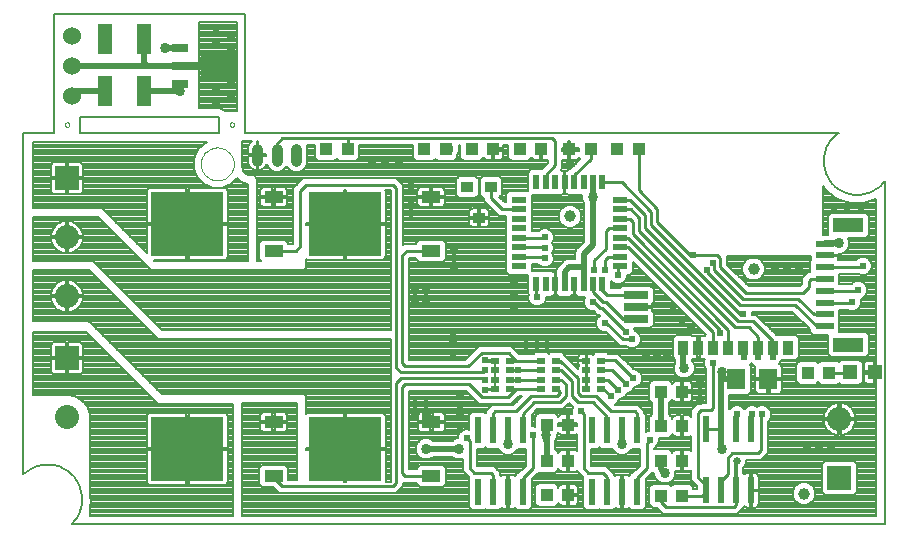
<source format=gtl>
G75*
G70*
%OFA0B0*%
%FSLAX24Y24*%
%IPPOS*%
%LPD*%
%AMOC8*
5,1,8,0,0,1.08239X$1,22.5*
%
%ADD10C,0.0000*%
%ADD11C,0.0080*%
%ADD12C,0.0394*%
%ADD13R,0.0394X0.0433*%
%ADD14R,0.0630X0.0709*%
%ADD15R,0.0394X0.0354*%
%ADD16R,0.0220X0.0500*%
%ADD17R,0.0500X0.0220*%
%ADD18R,0.0787X0.0276*%
%ADD19R,0.0354X0.0500*%
%ADD20R,0.0240X0.0870*%
%ADD21R,0.0610X0.0236*%
%ADD22R,0.1000X0.0480*%
%ADD23R,0.0630X0.0394*%
%ADD24R,0.2441X0.2126*%
%ADD25R,0.0800X0.0800*%
%ADD26C,0.0800*%
%ADD27R,0.0472X0.0472*%
%ADD28R,0.0256X0.0197*%
%ADD29R,0.0472X0.0984*%
%ADD30R,0.0551X0.0315*%
%ADD31R,0.1000X0.0315*%
%ADD32C,0.0500*%
%ADD33C,0.0600*%
%ADD34C,0.0375*%
%ADD35C,0.0280*%
%ADD36C,0.0240*%
%ADD37C,0.0100*%
%ADD38C,0.0200*%
%ADD39C,0.0340*%
%ADD40C,0.0120*%
%ADD41C,0.0260*%
%ADD42C,0.0140*%
D10*
X006434Y012503D02*
X006436Y012550D01*
X006442Y012596D01*
X006452Y012642D01*
X006465Y012686D01*
X006483Y012730D01*
X006504Y012771D01*
X006528Y012811D01*
X006556Y012849D01*
X006587Y012884D01*
X006621Y012916D01*
X006657Y012945D01*
X006696Y012971D01*
X006736Y012994D01*
X006779Y013013D01*
X006823Y013029D01*
X006868Y013041D01*
X006914Y013049D01*
X006961Y013053D01*
X007007Y013053D01*
X007054Y013049D01*
X007100Y013041D01*
X007145Y013029D01*
X007189Y013013D01*
X007232Y012994D01*
X007272Y012971D01*
X007311Y012945D01*
X007347Y012916D01*
X007381Y012884D01*
X007412Y012849D01*
X007440Y012811D01*
X007464Y012771D01*
X007485Y012730D01*
X007503Y012686D01*
X007516Y012642D01*
X007526Y012596D01*
X007532Y012550D01*
X007534Y012503D01*
X007532Y012456D01*
X007526Y012410D01*
X007516Y012364D01*
X007503Y012320D01*
X007485Y012276D01*
X007464Y012235D01*
X007440Y012195D01*
X007412Y012157D01*
X007381Y012122D01*
X007347Y012090D01*
X007311Y012061D01*
X007272Y012035D01*
X007232Y012012D01*
X007189Y011993D01*
X007145Y011977D01*
X007100Y011965D01*
X007054Y011957D01*
X007007Y011953D01*
X006961Y011953D01*
X006914Y011957D01*
X006868Y011965D01*
X006823Y011977D01*
X006779Y011993D01*
X006736Y012012D01*
X006696Y012035D01*
X006657Y012061D01*
X006621Y012090D01*
X006587Y012122D01*
X006556Y012157D01*
X006528Y012195D01*
X006504Y012235D01*
X006483Y012276D01*
X006465Y012320D01*
X006452Y012364D01*
X006442Y012410D01*
X006436Y012456D01*
X006434Y012503D01*
X007395Y013810D02*
X007397Y013827D01*
X007402Y013843D01*
X007411Y013857D01*
X007423Y013869D01*
X007437Y013878D01*
X007453Y013883D01*
X007470Y013885D01*
X007487Y013883D01*
X007503Y013878D01*
X007517Y013869D01*
X007529Y013857D01*
X007538Y013843D01*
X007543Y013827D01*
X007545Y013810D01*
X007543Y013793D01*
X007538Y013777D01*
X007529Y013763D01*
X007517Y013751D01*
X007503Y013742D01*
X007487Y013737D01*
X007470Y013735D01*
X007453Y013737D01*
X007437Y013742D01*
X007423Y013751D01*
X007411Y013763D01*
X007402Y013777D01*
X007397Y013793D01*
X007395Y013810D01*
X001905Y013810D02*
X001907Y013827D01*
X001912Y013843D01*
X001921Y013857D01*
X001933Y013869D01*
X001947Y013878D01*
X001963Y013883D01*
X001980Y013885D01*
X001997Y013883D01*
X002013Y013878D01*
X002027Y013869D01*
X002039Y013857D01*
X002048Y013843D01*
X002053Y013827D01*
X002055Y013810D01*
X002053Y013793D01*
X002048Y013777D01*
X002039Y013763D01*
X002027Y013751D01*
X002013Y013742D01*
X001997Y013737D01*
X001980Y013735D01*
X001963Y013737D01*
X001947Y013742D01*
X001933Y013751D01*
X001921Y013763D01*
X001912Y013777D01*
X001907Y013793D01*
X001905Y013810D01*
D11*
X000510Y002150D02*
X000559Y002196D01*
X000611Y002238D01*
X000666Y002278D01*
X000722Y002314D01*
X000781Y002348D01*
X000841Y002377D01*
X000903Y002403D01*
X000966Y002426D01*
X001031Y002444D01*
X001097Y002459D01*
X001163Y002470D01*
X001230Y002477D01*
X001297Y002481D01*
X001364Y002480D01*
X001431Y002476D01*
X001498Y002467D01*
X001564Y002455D01*
X001629Y002439D01*
X001694Y002419D01*
X001757Y002395D01*
X001818Y002368D01*
X001878Y002337D01*
X001936Y002303D01*
X001992Y002266D01*
X002045Y002225D01*
X002096Y002181D01*
X002145Y002135D01*
X002191Y002086D01*
X002233Y002034D01*
X002273Y001979D01*
X002309Y001923D01*
X002343Y001864D01*
X002372Y001804D01*
X002398Y001742D01*
X002421Y001679D01*
X002439Y001614D01*
X002454Y001548D01*
X002465Y001482D01*
X002472Y001415D01*
X002476Y001348D01*
X002475Y001281D01*
X002471Y001214D01*
X002462Y001147D01*
X002450Y001081D01*
X002434Y001016D01*
X002414Y000951D01*
X002390Y000888D01*
X002363Y000827D01*
X002332Y000767D01*
X002298Y000709D01*
X002261Y000653D01*
X002220Y000600D01*
X002176Y000549D01*
X002130Y000500D01*
X029230Y000500D01*
X029230Y011930D01*
X028950Y011320D02*
X028950Y005926D01*
X028943Y005926D01*
X028943Y005590D01*
X028863Y005590D01*
X028863Y005510D01*
X028527Y005510D01*
X028527Y005295D01*
X028537Y005260D01*
X028555Y005228D01*
X028581Y005202D01*
X028613Y005183D01*
X028649Y005174D01*
X028863Y005174D01*
X028863Y005510D01*
X028943Y005510D01*
X028943Y005174D01*
X028950Y005174D01*
X028950Y000780D01*
X007820Y000780D01*
X007820Y004530D01*
X009630Y004530D01*
X009630Y001980D01*
X009355Y001980D01*
X009355Y002374D01*
X009249Y002479D01*
X008470Y002479D01*
X008365Y002374D01*
X008365Y001831D01*
X008470Y001726D01*
X008849Y001726D01*
X008920Y001655D01*
X009055Y001520D01*
X012945Y001520D01*
X013045Y001620D01*
X013180Y001755D01*
X013180Y001872D01*
X013625Y001872D01*
X013625Y001831D01*
X013730Y001726D01*
X014509Y001726D01*
X014615Y001831D01*
X014615Y002374D01*
X014509Y002479D01*
X013730Y002479D01*
X013625Y002374D01*
X013625Y002332D01*
X013380Y002332D01*
X013380Y004920D01*
X015280Y004920D01*
X015705Y004495D01*
X016773Y004495D01*
X017045Y004768D01*
X017142Y004768D01*
X016855Y004480D01*
X016155Y004480D01*
X015940Y004265D01*
X015940Y004210D01*
X015920Y004190D01*
X015865Y004245D01*
X015475Y004245D01*
X015370Y004140D01*
X015370Y003646D01*
X015360Y003650D01*
X015240Y003650D01*
X015130Y003604D01*
X015046Y003520D01*
X015000Y003410D01*
X015000Y003350D01*
X014980Y003350D01*
X014852Y003297D01*
X014835Y003280D01*
X014165Y003280D01*
X014148Y003297D01*
X014020Y003350D01*
X013880Y003350D01*
X013752Y003297D01*
X013653Y003198D01*
X013600Y003070D01*
X013600Y002930D01*
X013653Y002802D01*
X013752Y002703D01*
X013880Y002650D01*
X014020Y002650D01*
X014148Y002703D01*
X014165Y002720D01*
X014835Y002720D01*
X014852Y002703D01*
X014980Y002650D01*
X015120Y002650D01*
X015170Y002671D01*
X015170Y002255D01*
X015305Y002120D01*
X015370Y002055D01*
X015370Y001060D01*
X015475Y000955D01*
X015865Y000955D01*
X015920Y001010D01*
X015975Y000955D01*
X016365Y000955D01*
X016448Y001039D01*
X016464Y001023D01*
X016496Y001005D01*
X016532Y000995D01*
X016650Y000995D01*
X016650Y001550D01*
X016690Y001550D01*
X016690Y000995D01*
X016808Y000995D01*
X016844Y001005D01*
X016876Y001023D01*
X016892Y001039D01*
X016975Y000955D01*
X017365Y000955D01*
X017470Y001060D01*
X017470Y001995D01*
X017689Y002214D01*
X017694Y002208D01*
X018237Y002208D01*
X018342Y002314D01*
X018342Y002354D01*
X018347Y002334D01*
X018366Y002303D01*
X018392Y002276D01*
X018424Y002258D01*
X018459Y002248D01*
X018635Y002248D01*
X018635Y002565D01*
X018715Y002565D01*
X018715Y002248D01*
X018890Y002248D01*
X018926Y002258D01*
X018957Y002276D01*
X018970Y002289D01*
X018970Y002255D01*
X019105Y002120D01*
X019170Y002055D01*
X019170Y001060D01*
X019275Y000955D01*
X019665Y000955D01*
X019720Y001010D01*
X019775Y000955D01*
X020165Y000955D01*
X020248Y001039D01*
X020264Y001023D01*
X020296Y001005D01*
X020332Y000995D01*
X020450Y000995D01*
X020450Y001550D01*
X020490Y001550D01*
X020490Y000995D01*
X020608Y000995D01*
X020644Y001005D01*
X020676Y001023D01*
X020692Y001039D01*
X020775Y000955D01*
X021165Y000955D01*
X021270Y001060D01*
X021270Y001995D01*
X021395Y002120D01*
X021395Y002120D01*
X021494Y002219D01*
X021494Y002218D01*
X021510Y002218D01*
X021528Y002176D01*
X021550Y002154D01*
X021550Y002130D01*
X021603Y002002D01*
X021702Y001903D01*
X021830Y001850D01*
X021970Y001850D01*
X022098Y001903D01*
X022197Y002002D01*
X022250Y002130D01*
X022250Y002261D01*
X022259Y002258D01*
X022435Y002258D01*
X022435Y002575D01*
X022515Y002575D01*
X022515Y002258D01*
X022690Y002258D01*
X022726Y002268D01*
X022757Y002286D01*
X022770Y002299D01*
X022770Y001955D01*
X022905Y001820D01*
X022970Y001755D01*
X022970Y001675D01*
X022851Y001675D01*
X022851Y001736D01*
X022746Y001842D01*
X022203Y001842D01*
X022120Y001758D01*
X022037Y001842D01*
X021494Y001842D01*
X021389Y001736D01*
X021389Y001154D01*
X021494Y001048D01*
X021626Y001048D01*
X021720Y000955D01*
X021855Y000820D01*
X024295Y000820D01*
X024365Y000890D01*
X024500Y001025D01*
X024500Y001040D01*
X024548Y001089D01*
X024564Y001073D01*
X024596Y001055D01*
X024632Y001045D01*
X024750Y001045D01*
X024750Y001600D01*
X024790Y001600D01*
X024790Y001640D01*
X024750Y001640D01*
X024750Y002195D01*
X024632Y002195D01*
X024596Y002185D01*
X024564Y002167D01*
X024548Y002151D01*
X024510Y002190D01*
X024510Y002372D01*
X024563Y002424D01*
X024610Y002538D01*
X024610Y002620D01*
X025095Y002620D01*
X025195Y002720D01*
X025330Y002855D01*
X028950Y002855D01*
X028950Y002777D02*
X025252Y002777D01*
X025330Y002855D02*
X025330Y003906D01*
X025404Y003980D01*
X025450Y004090D01*
X025450Y004210D01*
X025404Y004320D01*
X025320Y004404D01*
X025210Y004450D01*
X025090Y004450D01*
X024980Y004404D01*
X024975Y004399D01*
X024970Y004404D01*
X024860Y004450D01*
X024740Y004450D01*
X024630Y004404D01*
X024550Y004324D01*
X024470Y004404D01*
X024360Y004450D01*
X024240Y004450D01*
X024130Y004404D01*
X024050Y004324D01*
X024050Y004801D01*
X024663Y004801D01*
X024769Y004906D01*
X024769Y005764D01*
X024728Y005804D01*
X024775Y005851D01*
X024830Y005796D01*
X024920Y005759D01*
X024911Y005743D01*
X024901Y005708D01*
X024901Y005375D01*
X025316Y005375D01*
X025316Y005295D01*
X024901Y005295D01*
X024901Y004962D01*
X024911Y004927D01*
X024929Y004895D01*
X024955Y004869D01*
X024987Y004850D01*
X025023Y004841D01*
X025316Y004841D01*
X025316Y005295D01*
X025396Y005295D01*
X025396Y004841D01*
X025690Y004841D01*
X025725Y004850D01*
X025757Y004869D01*
X025783Y004895D01*
X025802Y004927D01*
X025811Y004962D01*
X025811Y005295D01*
X025396Y005295D01*
X025396Y005375D01*
X025811Y005375D01*
X025811Y005708D01*
X025802Y005743D01*
X025783Y005775D01*
X025757Y005801D01*
X025725Y005820D01*
X025701Y005826D01*
X025754Y005880D01*
X025783Y005950D01*
X026272Y005950D01*
X026377Y006055D01*
X026377Y006705D01*
X026272Y006810D01*
X025615Y006810D01*
X025595Y006830D01*
X025080Y007345D01*
X024945Y007480D01*
X024800Y007480D01*
X024800Y007560D01*
X024796Y007570D01*
X026155Y007570D01*
X026741Y006984D01*
X026741Y006899D01*
X026846Y006794D01*
X027340Y006794D01*
X027340Y006166D01*
X027445Y006060D01*
X028595Y006060D01*
X028700Y006166D01*
X028700Y006795D01*
X028595Y006900D01*
X027711Y006900D01*
X027711Y007285D01*
X027707Y007289D01*
X027711Y007293D01*
X027711Y007649D01*
X027976Y007649D01*
X027980Y007646D01*
X028090Y007600D01*
X028210Y007600D01*
X028320Y007646D01*
X028404Y007730D01*
X028450Y007840D01*
X028450Y007960D01*
X028430Y008008D01*
X028520Y008046D01*
X028604Y008130D01*
X028650Y008240D01*
X028650Y008360D01*
X028604Y008470D01*
X028520Y008554D01*
X028410Y008600D01*
X028290Y008600D01*
X028180Y008554D01*
X028129Y008503D01*
X027711Y008503D01*
X027711Y008831D01*
X028367Y008831D01*
X028440Y008800D01*
X028560Y008800D01*
X028670Y008846D01*
X028754Y008930D01*
X028800Y009040D01*
X028800Y009160D01*
X028754Y009270D01*
X028670Y009354D01*
X028560Y009400D01*
X028440Y009400D01*
X028330Y009354D01*
X028266Y009291D01*
X027674Y009291D01*
X027666Y009298D01*
X027671Y009318D01*
X027671Y009435D01*
X027245Y009435D01*
X027245Y009473D01*
X027671Y009473D01*
X027671Y009500D01*
X027770Y009500D01*
X027898Y009553D01*
X027997Y009652D01*
X028050Y009780D01*
X028050Y009920D01*
X028950Y009920D01*
X028950Y009842D02*
X028050Y009842D01*
X028050Y009920D02*
X028000Y010040D01*
X028595Y010040D01*
X028700Y010145D01*
X028700Y010774D01*
X028595Y010880D01*
X027445Y010880D01*
X027340Y010774D01*
X027340Y010146D01*
X027185Y010146D01*
X027185Y011774D01*
X027296Y011612D01*
X027296Y011612D01*
X027296Y011612D01*
X027654Y011341D01*
X027654Y011341D01*
X028079Y011195D01*
X028528Y011188D01*
X028528Y011188D01*
X028950Y011320D01*
X028950Y011255D02*
X028741Y011255D01*
X028950Y011176D02*
X027185Y011176D01*
X027185Y011098D02*
X028950Y011098D01*
X028950Y011019D02*
X027185Y011019D01*
X027185Y010941D02*
X028950Y010941D01*
X028950Y010862D02*
X028612Y010862D01*
X028691Y010784D02*
X028950Y010784D01*
X028950Y010705D02*
X028700Y010705D01*
X028700Y010627D02*
X028950Y010627D01*
X028950Y010548D02*
X028700Y010548D01*
X028700Y010470D02*
X028950Y010470D01*
X028950Y010391D02*
X028700Y010391D01*
X028700Y010313D02*
X028950Y010313D01*
X028950Y010234D02*
X028700Y010234D01*
X028700Y010156D02*
X028950Y010156D01*
X028950Y010077D02*
X028632Y010077D01*
X028950Y009999D02*
X028017Y009999D01*
X028043Y009763D02*
X028950Y009763D01*
X028950Y009685D02*
X028010Y009685D01*
X027951Y009606D02*
X028950Y009606D01*
X028950Y009528D02*
X027836Y009528D01*
X027671Y009371D02*
X028369Y009371D01*
X028268Y009292D02*
X027672Y009292D01*
X027245Y009449D02*
X028950Y009449D01*
X028950Y009371D02*
X028631Y009371D01*
X028732Y009292D02*
X028950Y009292D01*
X028950Y009214D02*
X028778Y009214D01*
X028800Y009135D02*
X028950Y009135D01*
X028950Y009057D02*
X028800Y009057D01*
X028774Y008978D02*
X028950Y008978D01*
X028950Y008900D02*
X028724Y008900D01*
X028610Y008821D02*
X028950Y008821D01*
X028950Y008743D02*
X027711Y008743D01*
X027711Y008821D02*
X028390Y008821D01*
X028445Y008586D02*
X028950Y008586D01*
X028950Y008664D02*
X027711Y008664D01*
X027711Y008586D02*
X028255Y008586D01*
X028133Y008507D02*
X027711Y008507D01*
X028567Y008507D02*
X028950Y008507D01*
X028950Y008429D02*
X028621Y008429D01*
X028650Y008350D02*
X028950Y008350D01*
X028950Y008272D02*
X028650Y008272D01*
X028630Y008193D02*
X028950Y008193D01*
X028950Y008115D02*
X028589Y008115D01*
X028497Y008036D02*
X028950Y008036D01*
X028950Y007958D02*
X028450Y007958D01*
X028450Y007879D02*
X028950Y007879D01*
X028950Y007801D02*
X028434Y007801D01*
X028396Y007722D02*
X028950Y007722D01*
X028950Y007644D02*
X028315Y007644D01*
X027985Y007644D02*
X027711Y007644D01*
X027711Y007565D02*
X028950Y007565D01*
X028950Y007487D02*
X027711Y007487D01*
X027711Y007408D02*
X028950Y007408D01*
X028950Y007330D02*
X027711Y007330D01*
X027711Y007251D02*
X028950Y007251D01*
X028950Y007173D02*
X027711Y007173D01*
X027711Y007094D02*
X028950Y007094D01*
X028950Y007016D02*
X027711Y007016D01*
X027711Y006937D02*
X028950Y006937D01*
X028950Y006859D02*
X028636Y006859D01*
X028700Y006780D02*
X028950Y006780D01*
X028950Y006702D02*
X028700Y006702D01*
X028700Y006623D02*
X028950Y006623D01*
X028950Y006545D02*
X028700Y006545D01*
X028700Y006466D02*
X028950Y006466D01*
X028950Y006388D02*
X028700Y006388D01*
X028700Y006309D02*
X028950Y006309D01*
X028950Y006231D02*
X028700Y006231D01*
X028686Y006152D02*
X028950Y006152D01*
X028950Y006074D02*
X028608Y006074D01*
X028649Y005926D02*
X028613Y005917D01*
X028581Y005898D01*
X028555Y005872D01*
X028537Y005840D01*
X028527Y005805D01*
X028527Y005590D01*
X028863Y005590D01*
X028863Y005926D01*
X028649Y005926D01*
X028613Y005917D02*
X028437Y005917D01*
X028387Y005966D02*
X028493Y005861D01*
X028493Y005239D01*
X028387Y005134D01*
X027766Y005134D01*
X027699Y005201D01*
X027646Y005148D01*
X027103Y005148D01*
X027020Y005232D01*
X026937Y005148D01*
X026394Y005148D01*
X026289Y005254D01*
X026289Y005836D01*
X026394Y005942D01*
X026937Y005942D01*
X027020Y005858D01*
X027103Y005942D01*
X027646Y005942D01*
X027694Y005894D01*
X027766Y005966D01*
X028387Y005966D01*
X028493Y005838D02*
X028536Y005838D01*
X028527Y005760D02*
X028493Y005760D01*
X028493Y005681D02*
X028527Y005681D01*
X028527Y005603D02*
X028493Y005603D01*
X028493Y005524D02*
X028863Y005524D01*
X028863Y005446D02*
X028943Y005446D01*
X028943Y005367D02*
X028863Y005367D01*
X028863Y005289D02*
X028943Y005289D01*
X028943Y005210D02*
X028863Y005210D01*
X028950Y005132D02*
X025811Y005132D01*
X025811Y005210D02*
X026332Y005210D01*
X026289Y005289D02*
X025811Y005289D01*
X025811Y005446D02*
X026289Y005446D01*
X026289Y005524D02*
X025811Y005524D01*
X025811Y005603D02*
X026289Y005603D01*
X026289Y005681D02*
X025811Y005681D01*
X025792Y005760D02*
X026289Y005760D01*
X026290Y005838D02*
X025712Y005838D01*
X025769Y005917D02*
X026369Y005917D01*
X026317Y005995D02*
X028950Y005995D01*
X028943Y005917D02*
X028863Y005917D01*
X028863Y005838D02*
X028943Y005838D01*
X028943Y005760D02*
X028863Y005760D01*
X028863Y005681D02*
X028943Y005681D01*
X028943Y005603D02*
X028863Y005603D01*
X028527Y005446D02*
X028493Y005446D01*
X028493Y005367D02*
X028527Y005367D01*
X028529Y005289D02*
X028493Y005289D01*
X028464Y005210D02*
X028573Y005210D01*
X028950Y005053D02*
X025811Y005053D01*
X025811Y004975D02*
X028950Y004975D01*
X028950Y004896D02*
X025784Y004896D01*
X025396Y004896D02*
X025316Y004896D01*
X025316Y004975D02*
X025396Y004975D01*
X025396Y005053D02*
X025316Y005053D01*
X025316Y005132D02*
X025396Y005132D01*
X025396Y005210D02*
X025316Y005210D01*
X025316Y005289D02*
X025396Y005289D01*
X025396Y005367D02*
X026289Y005367D01*
X026998Y005210D02*
X027042Y005210D01*
X027078Y005917D02*
X026962Y005917D01*
X027354Y006152D02*
X026377Y006152D01*
X026377Y006074D02*
X027432Y006074D01*
X027340Y006231D02*
X026377Y006231D01*
X026377Y006309D02*
X027340Y006309D01*
X027340Y006388D02*
X026377Y006388D01*
X026377Y006466D02*
X027340Y006466D01*
X027340Y006545D02*
X026377Y006545D01*
X026377Y006623D02*
X027340Y006623D01*
X027340Y006702D02*
X026377Y006702D01*
X026302Y006780D02*
X027340Y006780D01*
X026782Y006859D02*
X025567Y006859D01*
X025488Y006937D02*
X026741Y006937D01*
X026709Y007016D02*
X025410Y007016D01*
X025331Y007094D02*
X026631Y007094D01*
X026552Y007173D02*
X025253Y007173D01*
X025174Y007251D02*
X026474Y007251D01*
X026395Y007330D02*
X025096Y007330D01*
X025017Y007408D02*
X026317Y007408D01*
X026238Y007487D02*
X024800Y007487D01*
X024798Y007565D02*
X026160Y007565D01*
X026405Y008430D02*
X024695Y008430D01*
X023980Y009145D01*
X023980Y009422D01*
X026781Y009422D01*
X026781Y009318D01*
X026786Y009298D01*
X026741Y009253D01*
X026741Y008897D01*
X026672Y008897D01*
X026605Y008830D01*
X026470Y008695D01*
X026470Y008495D01*
X026405Y008430D01*
X026470Y008507D02*
X024618Y008507D01*
X024540Y008586D02*
X026470Y008586D01*
X026470Y008664D02*
X025034Y008664D01*
X025073Y008681D02*
X025179Y008787D01*
X025237Y008925D01*
X025237Y009075D01*
X025179Y009213D01*
X025073Y009319D01*
X024935Y009377D01*
X024785Y009377D01*
X024647Y009319D01*
X024541Y009213D01*
X024483Y009075D01*
X024483Y008925D01*
X024541Y008787D01*
X024647Y008681D01*
X024785Y008623D01*
X024935Y008623D01*
X025073Y008681D01*
X025135Y008743D02*
X026517Y008743D01*
X026596Y008821D02*
X025194Y008821D01*
X025226Y008900D02*
X026741Y008900D01*
X026741Y008978D02*
X025237Y008978D01*
X025237Y009057D02*
X026741Y009057D01*
X026741Y009135D02*
X025212Y009135D01*
X025179Y009214D02*
X026741Y009214D01*
X026780Y009292D02*
X025101Y009292D01*
X024950Y009371D02*
X026781Y009371D01*
X027185Y010156D02*
X027340Y010156D01*
X027340Y010234D02*
X027185Y010234D01*
X027185Y010313D02*
X027340Y010313D01*
X027340Y010391D02*
X027185Y010391D01*
X027185Y010470D02*
X027340Y010470D01*
X027340Y010548D02*
X027185Y010548D01*
X027185Y010627D02*
X027340Y010627D01*
X027340Y010705D02*
X027185Y010705D01*
X027185Y010784D02*
X027349Y010784D01*
X027428Y010862D02*
X027185Y010862D01*
X027185Y011255D02*
X027905Y011255D01*
X028079Y011195D02*
X028079Y011195D01*
X027677Y011333D02*
X027185Y011333D01*
X027185Y011412D02*
X027561Y011412D01*
X027458Y011490D02*
X027185Y011490D01*
X027185Y011569D02*
X027354Y011569D01*
X027272Y011647D02*
X027185Y011647D01*
X027185Y011726D02*
X027218Y011726D01*
X027700Y013530D02*
X027646Y013491D01*
X027594Y013450D01*
X027545Y013405D01*
X027498Y013358D01*
X027455Y013307D01*
X027414Y013255D01*
X027377Y013200D01*
X027342Y013143D01*
X027312Y013084D01*
X027285Y013023D01*
X027261Y012961D01*
X027241Y012897D01*
X027225Y012833D01*
X027213Y012767D01*
X027205Y012701D01*
X027201Y012635D01*
X027200Y012569D01*
X027204Y012502D01*
X027211Y012436D01*
X027223Y012371D01*
X027238Y012306D01*
X027257Y012242D01*
X027280Y012180D01*
X027306Y012119D01*
X027336Y012059D01*
X027369Y012002D01*
X027406Y011946D01*
X027446Y011893D01*
X027489Y011843D01*
X027535Y011794D01*
X027584Y011749D01*
X027635Y011707D01*
X027689Y011668D01*
X027745Y011632D01*
X027803Y011599D01*
X027862Y011570D01*
X027924Y011545D01*
X027987Y011523D01*
X028051Y011505D01*
X028116Y011490D01*
X028181Y011480D01*
X028247Y011474D01*
X028314Y011471D01*
X028380Y011472D01*
X028447Y011478D01*
X028512Y011487D01*
X028578Y011500D01*
X028642Y011517D01*
X028705Y011538D01*
X028767Y011562D01*
X028827Y011590D01*
X028886Y011621D01*
X028942Y011656D01*
X028997Y011695D01*
X029049Y011736D01*
X029098Y011780D01*
X029145Y011828D01*
X029189Y011877D01*
X029230Y011930D01*
X027700Y013530D02*
X007910Y013530D01*
X007910Y017500D01*
X001550Y017500D01*
X001550Y013530D01*
X000500Y013530D01*
X000500Y002150D01*
X000510Y002150D01*
X002750Y002149D02*
X004625Y002149D01*
X004625Y002227D02*
X002750Y002227D01*
X002750Y002306D02*
X004625Y002306D01*
X004625Y002384D02*
X002750Y002384D01*
X002750Y002463D02*
X004625Y002463D01*
X004625Y002541D02*
X002750Y002541D01*
X002750Y002620D02*
X004625Y002620D01*
X004625Y002698D02*
X002750Y002698D01*
X002750Y002777D02*
X004625Y002777D01*
X004625Y002855D02*
X002750Y002855D01*
X002750Y002934D02*
X004625Y002934D01*
X004625Y002960D02*
X004625Y001919D01*
X004635Y001883D01*
X004653Y001851D01*
X004679Y001825D01*
X004711Y001807D01*
X004747Y001797D01*
X005946Y001797D01*
X005946Y002960D01*
X006026Y002960D01*
X006026Y003040D01*
X007346Y003040D01*
X007346Y004081D01*
X007337Y004117D01*
X007318Y004149D01*
X007292Y004175D01*
X007260Y004193D01*
X007225Y004203D01*
X006026Y004203D01*
X006026Y003040D01*
X005946Y003040D01*
X005946Y004203D01*
X004747Y004203D01*
X004711Y004193D01*
X004679Y004175D01*
X004653Y004149D01*
X004635Y004117D01*
X004625Y004081D01*
X004625Y003040D01*
X005946Y003040D01*
X005946Y002960D01*
X004625Y002960D01*
X004625Y003091D02*
X002750Y003091D01*
X002750Y003169D02*
X004625Y003169D01*
X004625Y003248D02*
X002750Y003248D01*
X002750Y003326D02*
X004625Y003326D01*
X004625Y003405D02*
X002750Y003405D01*
X002750Y003483D02*
X004625Y003483D01*
X004625Y003562D02*
X002750Y003562D01*
X002750Y003640D02*
X004625Y003640D01*
X004625Y003719D02*
X002750Y003719D01*
X002750Y003797D02*
X004625Y003797D01*
X004625Y003876D02*
X002750Y003876D01*
X002750Y003954D02*
X004625Y003954D01*
X004625Y004033D02*
X002748Y004033D01*
X002750Y004000D02*
X002750Y001469D01*
X002766Y001208D01*
X002766Y001208D01*
X002750Y001137D01*
X002750Y000780D01*
X007500Y000780D01*
X007500Y004500D01*
X005000Y004500D01*
X002600Y006900D01*
X000850Y006900D01*
X000850Y004800D01*
X002000Y004800D01*
X002121Y004787D01*
X002145Y004780D01*
X002145Y004780D01*
X002146Y004780D01*
X002238Y004754D01*
X002349Y004704D01*
X002385Y004681D01*
X002414Y004669D01*
X002414Y004669D01*
X002434Y004648D01*
X002451Y004637D01*
X002541Y004555D01*
X002595Y004487D01*
X002619Y004464D01*
X002619Y004464D01*
X002630Y004438D01*
X002677Y004355D01*
X002720Y004241D01*
X002728Y004199D01*
X002730Y004195D01*
X002730Y004191D01*
X002744Y004122D01*
X002750Y004000D01*
X002745Y004111D02*
X004633Y004111D01*
X004704Y004190D02*
X002730Y004190D01*
X002710Y004268D02*
X007500Y004268D01*
X007500Y004190D02*
X007267Y004190D01*
X007338Y004111D02*
X007500Y004111D01*
X007500Y004033D02*
X007346Y004033D01*
X007346Y003954D02*
X007500Y003954D01*
X007500Y003876D02*
X007346Y003876D01*
X007346Y003797D02*
X007500Y003797D01*
X007500Y003719D02*
X007346Y003719D01*
X007346Y003640D02*
X007500Y003640D01*
X007500Y003562D02*
X007346Y003562D01*
X007346Y003483D02*
X007500Y003483D01*
X007500Y003405D02*
X007346Y003405D01*
X007346Y003326D02*
X007500Y003326D01*
X007500Y003248D02*
X007346Y003248D01*
X007346Y003169D02*
X007500Y003169D01*
X007500Y003091D02*
X007346Y003091D01*
X007346Y002960D02*
X006026Y002960D01*
X006026Y001797D01*
X007225Y001797D01*
X007260Y001807D01*
X007292Y001825D01*
X007318Y001851D01*
X007337Y001883D01*
X007346Y001919D01*
X007346Y002960D01*
X007346Y002934D02*
X007500Y002934D01*
X007500Y003012D02*
X006026Y003012D01*
X006026Y002934D02*
X005946Y002934D01*
X005946Y003012D02*
X002750Y003012D01*
X002750Y002070D02*
X004625Y002070D01*
X004625Y001992D02*
X002750Y001992D01*
X002750Y001913D02*
X004627Y001913D01*
X004670Y001835D02*
X002750Y001835D01*
X002750Y001756D02*
X007500Y001756D01*
X007500Y001678D02*
X002750Y001678D01*
X002750Y001599D02*
X007500Y001599D01*
X007500Y001521D02*
X002750Y001521D01*
X002752Y001442D02*
X007500Y001442D01*
X007500Y001364D02*
X002757Y001364D01*
X002761Y001285D02*
X007500Y001285D01*
X007500Y001207D02*
X002766Y001207D01*
X002750Y001128D02*
X007500Y001128D01*
X007500Y001050D02*
X002750Y001050D01*
X002750Y000971D02*
X007500Y000971D01*
X007500Y000893D02*
X002750Y000893D01*
X002750Y000814D02*
X007500Y000814D01*
X007820Y000814D02*
X028950Y000814D01*
X028950Y000893D02*
X024368Y000893D01*
X024446Y000971D02*
X028950Y000971D01*
X028950Y001050D02*
X024925Y001050D01*
X024908Y001045D02*
X024944Y001055D01*
X024976Y001073D01*
X025002Y001099D01*
X025020Y001131D01*
X025030Y001167D01*
X025030Y001600D01*
X024790Y001600D01*
X024790Y001045D01*
X024908Y001045D01*
X024790Y001050D02*
X024750Y001050D01*
X024750Y001128D02*
X024790Y001128D01*
X024790Y001207D02*
X024750Y001207D01*
X024750Y001285D02*
X024790Y001285D01*
X024790Y001364D02*
X024750Y001364D01*
X024750Y001442D02*
X024790Y001442D01*
X024790Y001521D02*
X024750Y001521D01*
X024750Y001599D02*
X024790Y001599D01*
X024790Y001640D02*
X025030Y001640D01*
X025030Y002073D01*
X025020Y002109D01*
X025002Y002141D01*
X024976Y002167D01*
X024944Y002185D01*
X024908Y002195D01*
X024790Y002195D01*
X024790Y001640D01*
X024790Y001678D02*
X024750Y001678D01*
X024750Y001756D02*
X024790Y001756D01*
X024790Y001835D02*
X024750Y001835D01*
X024750Y001913D02*
X024790Y001913D01*
X024790Y001992D02*
X024750Y001992D01*
X024750Y002070D02*
X024790Y002070D01*
X024790Y002149D02*
X024750Y002149D01*
X024994Y002149D02*
X027140Y002149D01*
X027140Y002227D02*
X024510Y002227D01*
X024510Y002306D02*
X027140Y002306D01*
X027140Y002384D02*
X024522Y002384D01*
X024579Y002463D02*
X027140Y002463D01*
X027140Y002505D02*
X027140Y001555D01*
X027245Y001450D01*
X028195Y001450D01*
X028300Y001555D01*
X028300Y002505D01*
X028195Y002610D01*
X027245Y002610D01*
X027140Y002505D01*
X027176Y002541D02*
X024610Y002541D01*
X024610Y002620D02*
X028950Y002620D01*
X028950Y002698D02*
X025173Y002698D01*
X025330Y002934D02*
X028950Y002934D01*
X028950Y003012D02*
X025330Y003012D01*
X025330Y003091D02*
X028950Y003091D01*
X028950Y003169D02*
X025330Y003169D01*
X025330Y003248D02*
X028950Y003248D01*
X028950Y003326D02*
X025330Y003326D01*
X025330Y003405D02*
X028950Y003405D01*
X028950Y003483D02*
X027881Y003483D01*
X027846Y003472D02*
X027927Y003498D01*
X028003Y003537D01*
X028072Y003587D01*
X028132Y003647D01*
X028182Y003715D01*
X028220Y003791D01*
X028247Y003872D01*
X028260Y003956D01*
X028260Y003959D01*
X027760Y003959D01*
X027760Y004039D01*
X027680Y004039D01*
X027680Y004539D01*
X027678Y004539D01*
X027594Y004525D01*
X027513Y004499D01*
X027437Y004460D01*
X027368Y004410D01*
X027308Y004350D01*
X027258Y004282D01*
X027220Y004206D01*
X027193Y004125D01*
X027180Y004041D01*
X027180Y004039D01*
X027680Y004039D01*
X027680Y003959D01*
X027180Y003959D01*
X027180Y003956D01*
X027193Y003872D01*
X027220Y003791D01*
X027258Y003715D01*
X027308Y003647D01*
X027368Y003587D01*
X027437Y003537D01*
X027513Y003498D01*
X027594Y003472D01*
X027678Y003459D01*
X027680Y003459D01*
X027680Y003958D01*
X027760Y003958D01*
X027760Y003459D01*
X027762Y003459D01*
X027846Y003472D01*
X027760Y003483D02*
X027680Y003483D01*
X027680Y003562D02*
X027760Y003562D01*
X027760Y003640D02*
X027680Y003640D01*
X027680Y003719D02*
X027760Y003719D01*
X027760Y003797D02*
X027680Y003797D01*
X027680Y003876D02*
X027760Y003876D01*
X027760Y003954D02*
X027680Y003954D01*
X027680Y004033D02*
X025426Y004033D01*
X025450Y004111D02*
X027191Y004111D01*
X027214Y004190D02*
X025450Y004190D01*
X025426Y004268D02*
X027251Y004268D01*
X027305Y004347D02*
X025378Y004347D01*
X025270Y004425D02*
X027388Y004425D01*
X027527Y004504D02*
X024050Y004504D01*
X024050Y004582D02*
X028950Y004582D01*
X028950Y004504D02*
X027913Y004504D01*
X027927Y004499D02*
X027846Y004525D01*
X027762Y004539D01*
X027760Y004539D01*
X027760Y004039D01*
X028260Y004039D01*
X028260Y004041D01*
X028247Y004125D01*
X028220Y004206D01*
X028182Y004282D01*
X028132Y004350D01*
X028072Y004410D01*
X028003Y004460D01*
X027927Y004499D01*
X028052Y004425D02*
X028950Y004425D01*
X028950Y004347D02*
X028135Y004347D01*
X028189Y004268D02*
X028950Y004268D01*
X028950Y004190D02*
X028226Y004190D01*
X028249Y004111D02*
X028950Y004111D01*
X028950Y004033D02*
X027760Y004033D01*
X027760Y004111D02*
X027680Y004111D01*
X027680Y004190D02*
X027760Y004190D01*
X027760Y004268D02*
X027680Y004268D01*
X027680Y004347D02*
X027760Y004347D01*
X027760Y004425D02*
X027680Y004425D01*
X027680Y004504D02*
X027760Y004504D01*
X028260Y003954D02*
X028950Y003954D01*
X028950Y003876D02*
X028247Y003876D01*
X028222Y003797D02*
X028950Y003797D01*
X028950Y003719D02*
X028183Y003719D01*
X028125Y003640D02*
X028950Y003640D01*
X028950Y003562D02*
X028037Y003562D01*
X027559Y003483D02*
X025330Y003483D01*
X025330Y003562D02*
X027403Y003562D01*
X027315Y003640D02*
X025330Y003640D01*
X025330Y003719D02*
X027257Y003719D01*
X027218Y003797D02*
X025330Y003797D01*
X025330Y003876D02*
X027193Y003876D01*
X027180Y003954D02*
X025378Y003954D01*
X024572Y004347D02*
X024528Y004347D01*
X024420Y004425D02*
X024680Y004425D01*
X024920Y004425D02*
X025030Y004425D01*
X024928Y004896D02*
X024759Y004896D01*
X024769Y004975D02*
X024901Y004975D01*
X024901Y005053D02*
X024769Y005053D01*
X024769Y005132D02*
X024901Y005132D01*
X024901Y005210D02*
X024769Y005210D01*
X024769Y005289D02*
X024901Y005289D01*
X024769Y005367D02*
X025316Y005367D01*
X024901Y005446D02*
X024769Y005446D01*
X024769Y005524D02*
X024901Y005524D01*
X024901Y005603D02*
X024769Y005603D01*
X024769Y005681D02*
X024901Y005681D01*
X024917Y005760D02*
X024769Y005760D01*
X024762Y005838D02*
X024788Y005838D01*
X023270Y005681D02*
X023270Y004530D01*
X023005Y004530D01*
X022870Y004395D01*
X022770Y004295D01*
X022770Y004081D01*
X022757Y004094D01*
X022726Y004112D01*
X022690Y004122D01*
X022515Y004122D01*
X022515Y003805D01*
X022435Y003805D01*
X022435Y004122D01*
X022259Y004122D01*
X022224Y004112D01*
X022192Y004094D01*
X022166Y004067D01*
X022147Y004036D01*
X022142Y004016D01*
X022142Y004056D01*
X022045Y004153D01*
X022045Y004527D01*
X022142Y004624D01*
X022142Y004664D01*
X022147Y004644D01*
X022166Y004613D01*
X022192Y004586D01*
X022224Y004568D01*
X022259Y004558D01*
X022435Y004558D01*
X022435Y004875D01*
X022515Y004875D01*
X022515Y004955D01*
X022811Y004955D01*
X022811Y005150D01*
X022802Y005186D01*
X022784Y005217D01*
X022757Y005244D01*
X022726Y005262D01*
X022690Y005272D01*
X022515Y005272D01*
X022515Y004955D01*
X022435Y004955D01*
X022435Y005272D01*
X022259Y005272D01*
X022224Y005262D01*
X022192Y005244D01*
X022166Y005217D01*
X022147Y005186D01*
X022142Y005166D01*
X022142Y005206D01*
X022037Y005312D01*
X021494Y005312D01*
X021389Y005206D01*
X021389Y004624D01*
X021485Y004527D01*
X021485Y004153D01*
X021389Y004056D01*
X021389Y003600D01*
X021340Y003600D01*
X021270Y003571D01*
X021270Y004140D01*
X021200Y004210D01*
X021200Y004275D01*
X021130Y004345D01*
X020995Y004480D01*
X020232Y004480D01*
X020270Y004496D01*
X020354Y004580D01*
X020383Y004650D01*
X020410Y004650D01*
X020520Y004696D01*
X020604Y004780D01*
X020633Y004850D01*
X020660Y004850D01*
X020770Y004896D01*
X021389Y004896D01*
X021389Y004818D02*
X020620Y004818D01*
X020563Y004739D02*
X021389Y004739D01*
X021389Y004661D02*
X020435Y004661D01*
X020355Y004582D02*
X021430Y004582D01*
X021485Y004504D02*
X020278Y004504D01*
X020770Y004896D02*
X020854Y004980D01*
X020883Y005050D01*
X020910Y005050D01*
X021020Y005096D01*
X021104Y005180D01*
X021150Y005290D01*
X021150Y005410D01*
X021104Y005520D01*
X021020Y005604D01*
X020910Y005650D01*
X020875Y005650D01*
X020345Y006180D01*
X020019Y006180D01*
X019979Y006221D01*
X019574Y006221D01*
X019502Y006149D01*
X019498Y006153D01*
X019466Y006171D01*
X019430Y006181D01*
X019293Y006181D01*
X019293Y005952D01*
X019275Y005952D01*
X019275Y006181D01*
X019138Y006181D01*
X019102Y006171D01*
X019070Y006153D01*
X019044Y006127D01*
X019026Y006095D01*
X019016Y006059D01*
X019016Y005952D01*
X019275Y005952D01*
X019275Y005933D01*
X019293Y005933D01*
X019293Y005637D01*
X019275Y005637D01*
X019275Y005866D01*
X019275Y005933D01*
X019016Y005933D01*
X019016Y005826D01*
X019026Y005790D01*
X019028Y005785D01*
X019026Y005780D01*
X019016Y005744D01*
X019016Y005659D01*
X018584Y006091D01*
X018584Y006115D01*
X018479Y006221D01*
X018074Y006221D01*
X018030Y006177D01*
X017986Y006221D01*
X017581Y006221D01*
X017533Y006172D01*
X017045Y006172D01*
X016788Y006430D01*
X015705Y006430D01*
X015255Y005980D01*
X013380Y005980D01*
X013380Y009355D01*
X013398Y009372D01*
X013615Y009372D01*
X013615Y009331D01*
X013720Y009226D01*
X014499Y009226D01*
X014605Y009331D01*
X014605Y009874D01*
X014499Y009979D01*
X013720Y009979D01*
X013615Y009874D01*
X013615Y009832D01*
X013207Y009832D01*
X013180Y009805D01*
X013180Y011795D01*
X013045Y011930D01*
X012945Y012030D01*
X009855Y012030D01*
X009720Y011895D01*
X009520Y011695D01*
X009520Y009845D01*
X009507Y009832D01*
X009355Y009832D01*
X009355Y009874D01*
X009249Y009979D01*
X008470Y009979D01*
X008365Y009874D01*
X008365Y009331D01*
X008426Y009270D01*
X008320Y009270D01*
X008320Y011991D01*
X008191Y012120D01*
X008100Y012120D01*
X008045Y012125D01*
X007944Y012167D01*
X007867Y012244D01*
X007825Y012345D01*
X007820Y012400D01*
X007820Y013264D01*
X007854Y013250D01*
X008123Y013250D01*
X008111Y013242D01*
X008066Y013196D01*
X008030Y013143D01*
X008005Y013083D01*
X007993Y013020D01*
X007993Y012823D01*
X008297Y012823D01*
X008297Y013250D01*
X008343Y013250D01*
X008343Y012823D01*
X008603Y012823D01*
X008603Y012777D01*
X008343Y012777D01*
X008343Y012823D01*
X008297Y012823D01*
X008297Y012777D01*
X008343Y012777D01*
X008343Y012285D01*
X008352Y012285D01*
X008416Y012298D01*
X008475Y012322D01*
X008529Y012358D01*
X008574Y012404D01*
X008610Y012457D01*
X008623Y012489D01*
X008658Y012404D01*
X008762Y012301D01*
X008897Y012245D01*
X009043Y012245D01*
X009178Y012301D01*
X009282Y012404D01*
X009295Y012437D01*
X009308Y012404D01*
X009412Y012301D01*
X009547Y012245D01*
X009693Y012245D01*
X009828Y012301D01*
X009932Y012404D01*
X009987Y012539D01*
X009987Y013061D01*
X009963Y013120D01*
X010239Y013120D01*
X010239Y012694D01*
X010344Y012588D01*
X010887Y012588D01*
X010970Y012672D01*
X011053Y012588D01*
X011596Y012588D01*
X011701Y012694D01*
X011701Y013120D01*
X013509Y013120D01*
X013509Y012694D01*
X013614Y012588D01*
X014157Y012588D01*
X014240Y012672D01*
X014323Y012588D01*
X014866Y012588D01*
X014971Y012694D01*
X014971Y012797D01*
X015004Y012830D01*
X015050Y012940D01*
X015050Y013060D01*
X015089Y013060D01*
X015050Y013060D02*
X015025Y013120D01*
X015089Y013120D01*
X015089Y012694D01*
X015194Y012588D01*
X015737Y012588D01*
X015842Y012694D01*
X015842Y012734D01*
X015847Y012714D01*
X015866Y012683D01*
X015892Y012656D01*
X015924Y012638D01*
X015959Y012628D01*
X016135Y012628D01*
X016135Y012945D01*
X016215Y012945D01*
X016215Y013025D01*
X016511Y013025D01*
X016511Y013120D01*
X016689Y013120D01*
X016689Y012694D01*
X016794Y012588D01*
X017337Y012588D01*
X017442Y012694D01*
X017442Y012734D01*
X017447Y012714D01*
X017466Y012683D01*
X017492Y012656D01*
X017524Y012638D01*
X017559Y012628D01*
X017735Y012628D01*
X017735Y012945D01*
X017815Y012945D01*
X017815Y012628D01*
X017990Y012628D01*
X018020Y012637D01*
X018020Y012545D01*
X017795Y012320D01*
X017433Y012320D01*
X017328Y012215D01*
X017328Y011592D01*
X016705Y011592D01*
X016600Y011487D01*
X016600Y011217D01*
X016558Y011217D01*
X016388Y011387D01*
X016481Y011480D01*
X016481Y011984D01*
X016375Y012089D01*
X015832Y012089D01*
X015727Y011984D01*
X015727Y011480D01*
X015832Y011375D01*
X015870Y011375D01*
X015870Y011255D01*
X016005Y011120D01*
X016367Y010757D01*
X016600Y010757D01*
X016600Y008913D01*
X016705Y008808D01*
X017328Y008808D01*
X017328Y008185D01*
X017366Y008147D01*
X017350Y008110D01*
X017350Y007990D01*
X017396Y007880D01*
X017480Y007796D01*
X017590Y007750D01*
X017710Y007750D01*
X017820Y007796D01*
X017904Y007880D01*
X017950Y007990D01*
X017950Y008080D01*
X018117Y008080D01*
X018157Y008120D01*
X018233Y008120D01*
X018233Y008495D01*
X018263Y008495D01*
X018263Y008120D01*
X018338Y008120D01*
X018378Y008080D01*
X018747Y008080D01*
X018787Y008120D01*
X018862Y008120D01*
X018862Y008495D01*
X018892Y008495D01*
X018892Y008120D01*
X018968Y008120D01*
X019008Y008080D01*
X019256Y008080D01*
X019246Y008070D01*
X019200Y007960D01*
X019200Y007840D01*
X019246Y007730D01*
X019330Y007646D01*
X019440Y007600D01*
X019525Y007600D01*
X019655Y007470D01*
X019705Y007470D01*
X019725Y007449D01*
X019646Y007370D01*
X019600Y007260D01*
X019600Y007140D01*
X019646Y007030D01*
X019730Y006946D01*
X019840Y006900D01*
X019925Y006900D01*
X020405Y006420D01*
X020606Y006420D01*
X020630Y006396D01*
X020740Y006350D01*
X020860Y006350D01*
X020970Y006396D01*
X021054Y006480D01*
X021100Y006590D01*
X021100Y006710D01*
X021054Y006820D01*
X020970Y006904D01*
X020900Y006933D01*
X020900Y006960D01*
X020876Y007019D01*
X021418Y007019D01*
X021524Y007124D01*
X021524Y007549D01*
X021484Y007589D01*
X021484Y007701D01*
X020979Y007701D01*
X020979Y007759D01*
X021484Y007759D01*
X021484Y007871D01*
X021524Y007911D01*
X021524Y008336D01*
X021418Y008441D01*
X020482Y008441D01*
X020394Y008354D01*
X020112Y008354D01*
X020112Y008613D01*
X020180Y008546D01*
X020290Y008500D01*
X020410Y008500D01*
X020520Y008546D01*
X020604Y008630D01*
X020650Y008740D01*
X020650Y008808D01*
X020735Y008808D01*
X020840Y008913D01*
X020840Y009235D01*
X023267Y006808D01*
X023226Y006767D01*
X023216Y006770D01*
X023060Y006770D01*
X023060Y006420D01*
X022980Y006420D01*
X022980Y006770D01*
X022824Y006770D01*
X022814Y006767D01*
X022772Y006810D01*
X022268Y006810D01*
X022163Y006705D01*
X022163Y006055D01*
X022240Y005978D01*
X022240Y005866D01*
X022200Y005770D01*
X022200Y005630D01*
X022253Y005502D01*
X022352Y005403D01*
X022480Y005350D01*
X022620Y005350D01*
X022748Y005403D01*
X022847Y005502D01*
X022900Y005630D01*
X022900Y005770D01*
X022847Y005898D01*
X022800Y005945D01*
X022800Y005978D01*
X022814Y005993D01*
X022824Y005990D01*
X022980Y005990D01*
X022980Y006340D01*
X023060Y006340D01*
X023060Y005990D01*
X023216Y005990D01*
X023224Y005992D01*
X023200Y005935D01*
X023200Y005815D01*
X023246Y005705D01*
X023270Y005681D01*
X022900Y005681D01*
X022900Y005760D02*
X023223Y005760D01*
X023200Y005838D02*
X022872Y005838D01*
X022828Y005917D02*
X023200Y005917D01*
X023060Y005995D02*
X022980Y005995D01*
X022980Y006074D02*
X023060Y006074D01*
X023060Y006152D02*
X022980Y006152D01*
X022980Y006231D02*
X023060Y006231D01*
X023060Y006309D02*
X022980Y006309D01*
X022980Y006466D02*
X023060Y006466D01*
X023060Y006545D02*
X022980Y006545D01*
X022980Y006623D02*
X023060Y006623D01*
X023060Y006702D02*
X022980Y006702D01*
X022802Y006780D02*
X023238Y006780D01*
X023216Y006859D02*
X021016Y006859D01*
X021071Y006780D02*
X022238Y006780D01*
X022163Y006702D02*
X021100Y006702D01*
X021100Y006623D02*
X022163Y006623D01*
X022163Y006545D02*
X021081Y006545D01*
X021040Y006466D02*
X022163Y006466D01*
X022163Y006388D02*
X020950Y006388D01*
X020650Y006388D02*
X016830Y006388D01*
X016909Y006309D02*
X022163Y006309D01*
X022163Y006231D02*
X016987Y006231D01*
X016243Y005933D02*
X016243Y005637D01*
X016225Y005637D01*
X016225Y005866D01*
X016225Y005933D01*
X016243Y005933D01*
X016243Y005917D02*
X016225Y005917D01*
X016225Y005933D02*
X015966Y005933D01*
X015966Y005922D01*
X015960Y005925D01*
X015850Y005925D01*
X015895Y005970D01*
X015966Y005970D01*
X015966Y005952D01*
X016225Y005952D01*
X016225Y005933D01*
X016225Y005838D02*
X016243Y005838D01*
X016243Y005760D02*
X016225Y005760D01*
X016225Y005681D02*
X016243Y005681D01*
X016243Y005618D02*
X016243Y005322D01*
X016225Y005322D01*
X016225Y005551D01*
X016225Y005618D01*
X016243Y005618D01*
X016243Y005603D02*
X016225Y005603D01*
X016225Y005524D02*
X016243Y005524D01*
X016243Y005446D02*
X016225Y005446D01*
X016225Y005367D02*
X016243Y005367D01*
X016243Y005303D02*
X016243Y005007D01*
X016225Y005007D01*
X016225Y005236D01*
X016225Y005303D01*
X016243Y005303D01*
X016243Y005289D02*
X016225Y005289D01*
X016225Y005210D02*
X016243Y005210D01*
X016243Y005132D02*
X016225Y005132D01*
X016225Y005053D02*
X016243Y005053D01*
X016225Y005007D02*
X015976Y005007D01*
X015960Y005000D01*
X015850Y005000D01*
X015895Y004955D01*
X015966Y004955D01*
X015966Y004988D01*
X016225Y004988D01*
X016225Y005007D01*
X015966Y004975D02*
X015876Y004975D01*
X015539Y004661D02*
X013380Y004661D01*
X013380Y004739D02*
X015461Y004739D01*
X015382Y004818D02*
X013380Y004818D01*
X013380Y004896D02*
X015304Y004896D01*
X015618Y004582D02*
X013380Y004582D01*
X013380Y004504D02*
X015696Y004504D01*
X015943Y004268D02*
X013380Y004268D01*
X013380Y004190D02*
X013702Y004190D01*
X013693Y004180D02*
X013674Y004149D01*
X013665Y004113D01*
X013665Y003938D01*
X014080Y003938D01*
X014080Y004234D01*
X013786Y004234D01*
X013751Y004225D01*
X013719Y004207D01*
X013693Y004180D01*
X013665Y004111D02*
X013380Y004111D01*
X013380Y004033D02*
X013665Y004033D01*
X013665Y003954D02*
X013380Y003954D01*
X013380Y003876D02*
X014080Y003876D01*
X014080Y003858D02*
X013665Y003858D01*
X013665Y003682D01*
X013674Y003647D01*
X013693Y003615D01*
X013719Y003589D01*
X013751Y003570D01*
X013786Y003561D01*
X014080Y003561D01*
X014080Y003858D01*
X014080Y003938D01*
X014160Y003938D01*
X014160Y004234D01*
X014453Y004234D01*
X014489Y004225D01*
X014521Y004207D01*
X014547Y004180D01*
X014565Y004149D01*
X014575Y004113D01*
X014575Y003938D01*
X014160Y003938D01*
X014160Y003858D01*
X014575Y003858D01*
X014575Y003682D01*
X014565Y003647D01*
X014547Y003615D01*
X014521Y003589D01*
X014489Y003570D01*
X014453Y003561D01*
X014160Y003561D01*
X014160Y003858D01*
X014080Y003858D01*
X014080Y003797D02*
X014160Y003797D01*
X014160Y003719D02*
X014080Y003719D01*
X014080Y003640D02*
X014160Y003640D01*
X014160Y003562D02*
X014080Y003562D01*
X013784Y003562D02*
X013380Y003562D01*
X013380Y003640D02*
X013678Y003640D01*
X013665Y003719D02*
X013380Y003719D01*
X013380Y003797D02*
X013665Y003797D01*
X014080Y003954D02*
X014160Y003954D01*
X014160Y003876D02*
X015370Y003876D01*
X015370Y003954D02*
X014575Y003954D01*
X014575Y004033D02*
X015370Y004033D01*
X015370Y004111D02*
X014575Y004111D01*
X014538Y004190D02*
X015420Y004190D01*
X015370Y003797D02*
X014575Y003797D01*
X014575Y003719D02*
X015370Y003719D01*
X015216Y003640D02*
X014561Y003640D01*
X014456Y003562D02*
X015087Y003562D01*
X015030Y003483D02*
X013380Y003483D01*
X013380Y003405D02*
X015000Y003405D01*
X014922Y003326D02*
X014078Y003326D01*
X013822Y003326D02*
X013380Y003326D01*
X013380Y003248D02*
X013703Y003248D01*
X013641Y003169D02*
X013380Y003169D01*
X013380Y003091D02*
X013609Y003091D01*
X013600Y003012D02*
X013380Y003012D01*
X013380Y002934D02*
X013600Y002934D01*
X013631Y002855D02*
X013380Y002855D01*
X013380Y002777D02*
X013679Y002777D01*
X013764Y002698D02*
X013380Y002698D01*
X013380Y002620D02*
X015170Y002620D01*
X015170Y002541D02*
X013380Y002541D01*
X013380Y002463D02*
X013714Y002463D01*
X013635Y002384D02*
X013380Y002384D01*
X012770Y002384D02*
X012606Y002384D01*
X012606Y002306D02*
X012770Y002306D01*
X012770Y002227D02*
X012606Y002227D01*
X012606Y002149D02*
X012770Y002149D01*
X012770Y002070D02*
X012606Y002070D01*
X012606Y001992D02*
X012770Y001992D01*
X012770Y001913D02*
X012605Y001913D01*
X012606Y001919D02*
X012601Y001900D01*
X012770Y001900D01*
X012770Y006670D01*
X005017Y006670D01*
X002717Y008970D01*
X000830Y008970D01*
X000830Y007250D01*
X002700Y007250D01*
X002720Y007230D01*
X002733Y007230D01*
X005133Y004830D01*
X009883Y004830D01*
X009913Y004800D01*
X009950Y004800D01*
X009950Y004181D01*
X009971Y004193D01*
X010007Y004203D01*
X011206Y004203D01*
X011206Y003040D01*
X011286Y003040D01*
X012606Y003040D01*
X012606Y004081D01*
X012597Y004117D01*
X012578Y004149D01*
X012552Y004175D01*
X012520Y004193D01*
X012485Y004203D01*
X011286Y004203D01*
X011286Y003040D01*
X011286Y002960D01*
X012606Y002960D01*
X012606Y001919D01*
X012946Y001521D02*
X015370Y001521D01*
X015370Y001599D02*
X013024Y001599D01*
X013103Y001678D02*
X015370Y001678D01*
X015370Y001756D02*
X014540Y001756D01*
X014615Y001835D02*
X015370Y001835D01*
X015370Y001913D02*
X014615Y001913D01*
X014615Y001992D02*
X015370Y001992D01*
X015355Y002070D02*
X014615Y002070D01*
X014615Y002149D02*
X015276Y002149D01*
X015198Y002227D02*
X014615Y002227D01*
X014615Y002306D02*
X015170Y002306D01*
X015170Y002384D02*
X014604Y002384D01*
X014526Y002463D02*
X015170Y002463D01*
X015630Y002463D02*
X017270Y002463D01*
X017270Y002445D02*
X017010Y002185D01*
X016975Y002185D01*
X016892Y002101D01*
X016876Y002117D01*
X016844Y002135D01*
X016808Y002145D01*
X016690Y002145D01*
X016690Y001590D01*
X016650Y001590D01*
X016650Y002145D01*
X016532Y002145D01*
X016496Y002135D01*
X016464Y002117D01*
X016448Y002101D01*
X016400Y002150D01*
X016400Y002225D01*
X016330Y002295D01*
X016195Y002430D01*
X015645Y002430D01*
X015630Y002445D01*
X015630Y003015D01*
X015865Y003015D01*
X015920Y003070D01*
X015975Y003015D01*
X016347Y003015D01*
X016373Y002952D01*
X016472Y002853D01*
X016600Y002800D01*
X016740Y002800D01*
X016868Y002853D01*
X016967Y002952D01*
X016993Y003015D01*
X017270Y003015D01*
X017270Y002445D01*
X017209Y002384D02*
X016241Y002384D01*
X016320Y002306D02*
X017130Y002306D01*
X017052Y002227D02*
X016398Y002227D01*
X016401Y002149D02*
X016939Y002149D01*
X016690Y002070D02*
X016650Y002070D01*
X016650Y001992D02*
X016690Y001992D01*
X016690Y001913D02*
X016650Y001913D01*
X016650Y001835D02*
X016690Y001835D01*
X016690Y001756D02*
X016650Y001756D01*
X016650Y001678D02*
X016690Y001678D01*
X016690Y001599D02*
X016650Y001599D01*
X016650Y001521D02*
X016690Y001521D01*
X016690Y001442D02*
X016650Y001442D01*
X016650Y001364D02*
X016690Y001364D01*
X016690Y001285D02*
X016650Y001285D01*
X016650Y001207D02*
X016690Y001207D01*
X016690Y001128D02*
X016650Y001128D01*
X016650Y001050D02*
X016690Y001050D01*
X016959Y000971D02*
X016381Y000971D01*
X015959Y000971D02*
X015881Y000971D01*
X015459Y000971D02*
X007820Y000971D01*
X007820Y000893D02*
X021782Y000893D01*
X021704Y000971D02*
X021181Y000971D01*
X021259Y001050D02*
X021493Y001050D01*
X021414Y001128D02*
X021270Y001128D01*
X021270Y001207D02*
X021389Y001207D01*
X021389Y001285D02*
X021270Y001285D01*
X021270Y001364D02*
X021389Y001364D01*
X021389Y001442D02*
X021270Y001442D01*
X021270Y001521D02*
X021389Y001521D01*
X021389Y001599D02*
X021270Y001599D01*
X021270Y001678D02*
X021389Y001678D01*
X021408Y001756D02*
X021270Y001756D01*
X021270Y001835D02*
X021487Y001835D01*
X021614Y001992D02*
X021270Y001992D01*
X021270Y001913D02*
X021692Y001913D01*
X021575Y002070D02*
X021345Y002070D01*
X021424Y002149D02*
X021550Y002149D01*
X021070Y002445D02*
X020810Y002185D01*
X020775Y002185D01*
X020692Y002101D01*
X020676Y002117D01*
X020644Y002135D01*
X020608Y002145D01*
X020490Y002145D01*
X020490Y001590D01*
X020450Y001590D01*
X020450Y002145D01*
X020332Y002145D01*
X020296Y002135D01*
X020264Y002117D01*
X020248Y002101D01*
X020200Y002150D01*
X020200Y002175D01*
X020080Y002295D01*
X019945Y002430D01*
X019445Y002430D01*
X019430Y002445D01*
X019430Y003015D01*
X019665Y003015D01*
X019720Y003070D01*
X019775Y003015D01*
X020147Y003015D01*
X020173Y002952D01*
X020272Y002853D01*
X020400Y002800D01*
X020540Y002800D01*
X020668Y002853D01*
X020767Y002952D01*
X020793Y003015D01*
X021070Y003015D01*
X021070Y002445D01*
X021070Y002463D02*
X019430Y002463D01*
X019430Y002541D02*
X021070Y002541D01*
X021070Y002620D02*
X019430Y002620D01*
X019430Y002698D02*
X021070Y002698D01*
X021070Y002777D02*
X019430Y002777D01*
X019430Y002855D02*
X020270Y002855D01*
X020192Y002934D02*
X019430Y002934D01*
X019430Y003012D02*
X020148Y003012D01*
X020670Y002855D02*
X021070Y002855D01*
X021070Y002934D02*
X020748Y002934D01*
X020792Y003012D02*
X021070Y003012D01*
X021530Y003012D02*
X022770Y003012D01*
X022726Y002962D02*
X022690Y002972D01*
X022515Y002972D01*
X022515Y002655D01*
X022435Y002655D01*
X022435Y002972D01*
X022259Y002972D01*
X022224Y002962D01*
X022192Y002944D01*
X022166Y002917D01*
X022147Y002886D01*
X022142Y002866D01*
X022142Y002906D01*
X022037Y003012D01*
X021530Y003012D01*
X021530Y003029D01*
X021570Y003046D01*
X021654Y003130D01*
X021700Y003240D01*
X021700Y003360D01*
X021696Y003368D01*
X022037Y003368D01*
X022142Y003474D01*
X022142Y003514D01*
X022147Y003494D01*
X022166Y003463D01*
X022192Y003436D01*
X022224Y003418D01*
X022259Y003408D01*
X022435Y003408D01*
X022435Y003725D01*
X022515Y003725D01*
X022515Y003408D01*
X022690Y003408D01*
X022726Y003418D01*
X022757Y003436D01*
X022770Y003449D01*
X022770Y002931D01*
X022757Y002944D01*
X022726Y002962D01*
X022768Y002934D02*
X022770Y002934D01*
X022770Y003091D02*
X021615Y003091D01*
X021670Y003169D02*
X022770Y003169D01*
X022770Y003248D02*
X021700Y003248D01*
X021700Y003326D02*
X022770Y003326D01*
X022770Y003405D02*
X022073Y003405D01*
X022142Y003483D02*
X022154Y003483D01*
X022435Y003483D02*
X022515Y003483D01*
X022515Y003562D02*
X022435Y003562D01*
X022435Y003640D02*
X022515Y003640D01*
X022515Y003719D02*
X022435Y003719D01*
X022435Y003876D02*
X022515Y003876D01*
X022515Y003954D02*
X022435Y003954D01*
X022435Y004033D02*
X022515Y004033D01*
X022515Y004111D02*
X022435Y004111D01*
X022222Y004111D02*
X022087Y004111D01*
X022045Y004190D02*
X022770Y004190D01*
X022770Y004268D02*
X022045Y004268D01*
X022045Y004347D02*
X022821Y004347D01*
X022900Y004425D02*
X022045Y004425D01*
X022045Y004504D02*
X022978Y004504D01*
X022784Y004613D02*
X022802Y004644D01*
X022811Y004680D01*
X022811Y004875D01*
X022515Y004875D01*
X022515Y004558D01*
X022690Y004558D01*
X022726Y004568D01*
X022757Y004586D01*
X022784Y004613D01*
X022750Y004582D02*
X023270Y004582D01*
X023270Y004661D02*
X022806Y004661D01*
X022811Y004739D02*
X023270Y004739D01*
X023270Y004818D02*
X022811Y004818D01*
X022811Y004975D02*
X023270Y004975D01*
X023270Y005053D02*
X022811Y005053D01*
X022811Y005132D02*
X023270Y005132D01*
X023270Y005210D02*
X022788Y005210D01*
X022661Y005367D02*
X023270Y005367D01*
X023270Y005289D02*
X022060Y005289D01*
X022138Y005210D02*
X022161Y005210D01*
X022435Y005210D02*
X022515Y005210D01*
X022515Y005132D02*
X022435Y005132D01*
X022435Y005053D02*
X022515Y005053D01*
X022515Y004975D02*
X022435Y004975D01*
X022515Y004896D02*
X023270Y004896D01*
X022515Y004818D02*
X022435Y004818D01*
X022435Y004739D02*
X022515Y004739D01*
X022515Y004661D02*
X022435Y004661D01*
X022435Y004582D02*
X022515Y004582D01*
X022199Y004582D02*
X022100Y004582D01*
X022142Y004661D02*
X022143Y004661D01*
X021485Y004425D02*
X021050Y004425D01*
X021129Y004347D02*
X021485Y004347D01*
X021485Y004268D02*
X021200Y004268D01*
X021220Y004190D02*
X021485Y004190D01*
X021443Y004111D02*
X021270Y004111D01*
X021270Y004033D02*
X021389Y004033D01*
X021389Y003954D02*
X021270Y003954D01*
X021270Y003876D02*
X021389Y003876D01*
X021389Y003797D02*
X021270Y003797D01*
X021270Y003719D02*
X021389Y003719D01*
X021389Y003640D02*
X021270Y003640D01*
X022142Y004033D02*
X022147Y004033D01*
X022727Y004111D02*
X022770Y004111D01*
X024050Y004347D02*
X024072Y004347D01*
X024050Y004425D02*
X024180Y004425D01*
X024050Y004661D02*
X028950Y004661D01*
X028950Y004739D02*
X024050Y004739D01*
X024680Y004818D02*
X028950Y004818D01*
X027716Y005917D02*
X027671Y005917D01*
X023270Y005603D02*
X022888Y005603D01*
X022856Y005524D02*
X023270Y005524D01*
X023270Y005446D02*
X022790Y005446D01*
X022439Y005367D02*
X021150Y005367D01*
X021149Y005289D02*
X021471Y005289D01*
X021392Y005210D02*
X021117Y005210D01*
X021056Y005132D02*
X021389Y005132D01*
X021389Y005053D02*
X020917Y005053D01*
X020849Y004975D02*
X021389Y004975D01*
X021135Y005446D02*
X022310Y005446D01*
X022244Y005524D02*
X021100Y005524D01*
X021022Y005603D02*
X022212Y005603D01*
X022200Y005681D02*
X020844Y005681D01*
X020766Y005760D02*
X022200Y005760D01*
X022228Y005838D02*
X020687Y005838D01*
X020609Y005917D02*
X022240Y005917D01*
X022223Y005995D02*
X020530Y005995D01*
X020452Y006074D02*
X022163Y006074D01*
X022163Y006152D02*
X020373Y006152D01*
X020359Y006466D02*
X013380Y006466D01*
X013380Y006388D02*
X015662Y006388D01*
X015584Y006309D02*
X013380Y006309D01*
X013380Y006231D02*
X015505Y006231D01*
X015427Y006152D02*
X013380Y006152D01*
X013380Y006074D02*
X015348Y006074D01*
X015270Y005995D02*
X013380Y005995D01*
X012770Y005995D02*
X003968Y005995D01*
X003890Y006074D02*
X012770Y006074D01*
X012770Y006152D02*
X003811Y006152D01*
X003733Y006231D02*
X012770Y006231D01*
X012770Y006309D02*
X003654Y006309D01*
X003576Y006388D02*
X012770Y006388D01*
X012770Y006466D02*
X003497Y006466D01*
X003419Y006545D02*
X012770Y006545D01*
X012770Y006623D02*
X003340Y006623D01*
X003262Y006702D02*
X004985Y006702D01*
X004907Y006780D02*
X003183Y006780D01*
X003105Y006859D02*
X004828Y006859D01*
X004750Y006937D02*
X003026Y006937D01*
X002948Y007016D02*
X004671Y007016D01*
X004593Y007094D02*
X002869Y007094D01*
X002791Y007173D02*
X004514Y007173D01*
X004436Y007251D02*
X000830Y007251D01*
X000830Y007330D02*
X004357Y007330D01*
X004279Y007408D02*
X000830Y007408D01*
X000830Y007487D02*
X004200Y007487D01*
X004122Y007565D02*
X002088Y007565D01*
X002096Y007566D02*
X002177Y007593D01*
X002253Y007631D01*
X002322Y007681D01*
X002382Y007741D01*
X002432Y007810D01*
X002470Y007886D01*
X002497Y007967D01*
X002510Y008050D01*
X002510Y008053D01*
X002010Y008053D01*
X002010Y008133D01*
X001930Y008133D01*
X001930Y008633D01*
X001928Y008633D01*
X001844Y008620D01*
X001763Y008593D01*
X001687Y008555D01*
X001618Y008505D01*
X001558Y008445D01*
X001508Y008376D01*
X001470Y008300D01*
X001443Y008219D01*
X001430Y008135D01*
X001430Y008133D01*
X001930Y008133D01*
X001930Y008053D01*
X001430Y008053D01*
X001430Y008050D01*
X001443Y007967D01*
X001470Y007886D01*
X001508Y007810D01*
X001558Y007741D01*
X001618Y007681D01*
X001687Y007631D01*
X001763Y007593D01*
X001844Y007566D01*
X001928Y007553D01*
X001930Y007553D01*
X001930Y008053D01*
X002010Y008053D01*
X002010Y007553D01*
X002012Y007553D01*
X002096Y007566D01*
X002010Y007565D02*
X001930Y007565D01*
X001852Y007565D02*
X000830Y007565D01*
X000830Y007644D02*
X001670Y007644D01*
X001577Y007722D02*
X000830Y007722D01*
X000830Y007801D02*
X001515Y007801D01*
X001473Y007879D02*
X000830Y007879D01*
X000830Y007958D02*
X001446Y007958D01*
X001432Y008036D02*
X000830Y008036D01*
X000830Y008115D02*
X001930Y008115D01*
X001930Y008193D02*
X002010Y008193D01*
X002010Y008133D02*
X002010Y008633D01*
X002012Y008633D01*
X002096Y008620D01*
X002177Y008593D01*
X002253Y008555D01*
X002322Y008505D01*
X002382Y008445D01*
X002432Y008376D01*
X002470Y008300D01*
X002497Y008219D01*
X002510Y008135D01*
X002510Y008133D01*
X002010Y008133D01*
X002010Y008115D02*
X003572Y008115D01*
X003494Y008193D02*
X002501Y008193D01*
X002480Y008272D02*
X003415Y008272D01*
X003337Y008350D02*
X002445Y008350D01*
X002394Y008429D02*
X003258Y008429D01*
X003180Y008507D02*
X002319Y008507D01*
X002193Y008586D02*
X003101Y008586D01*
X003023Y008664D02*
X000830Y008664D01*
X000830Y008586D02*
X001747Y008586D01*
X001621Y008507D02*
X000830Y008507D01*
X000830Y008429D02*
X001546Y008429D01*
X001495Y008350D02*
X000830Y008350D01*
X000830Y008272D02*
X001460Y008272D01*
X001439Y008193D02*
X000830Y008193D01*
X000830Y008743D02*
X002944Y008743D01*
X002866Y008821D02*
X000830Y008821D01*
X000830Y008900D02*
X002787Y008900D01*
X002978Y009135D02*
X004602Y009135D01*
X004680Y009057D02*
X003057Y009057D01*
X003135Y008978D02*
X004759Y008978D01*
X004767Y008970D02*
X009883Y008970D01*
X009930Y009017D01*
X009930Y009325D01*
X009961Y009307D01*
X009997Y009297D01*
X011196Y009297D01*
X011196Y010460D01*
X011276Y010460D01*
X011276Y010540D01*
X012596Y010540D01*
X012596Y011581D01*
X012587Y011617D01*
X012585Y011620D01*
X012770Y011620D01*
X012770Y006980D01*
X005133Y006980D01*
X002880Y009233D01*
X002833Y009280D01*
X000830Y009280D01*
X000830Y010720D01*
X003017Y010720D01*
X004720Y009017D01*
X004767Y008970D01*
X004883Y009280D02*
X004866Y009297D01*
X005946Y009297D01*
X005946Y010460D01*
X006026Y010460D01*
X006026Y010540D01*
X007346Y010540D01*
X007346Y011581D01*
X007337Y011617D01*
X007318Y011649D01*
X007292Y011675D01*
X007260Y011693D01*
X007225Y011703D01*
X006026Y011703D01*
X006026Y010540D01*
X005946Y010540D01*
X005946Y011703D01*
X004747Y011703D01*
X004711Y011693D01*
X004679Y011675D01*
X004653Y011649D01*
X004635Y011617D01*
X004625Y011581D01*
X004625Y010540D01*
X005946Y010540D01*
X005946Y010460D01*
X004625Y010460D01*
X004625Y009538D01*
X003180Y010983D01*
X003133Y011030D01*
X000830Y011030D01*
X000830Y013220D01*
X006651Y013220D01*
X006536Y013172D01*
X006314Y012950D01*
X006194Y012660D01*
X006194Y012346D01*
X006314Y012055D01*
X006536Y011833D01*
X006827Y011713D01*
X007141Y011713D01*
X007431Y011833D01*
X007639Y012041D01*
X007771Y011908D01*
X007771Y011908D01*
X007985Y011820D01*
X008020Y011820D01*
X008020Y009280D01*
X004883Y009280D01*
X004871Y009292D02*
X008020Y009292D01*
X008020Y009371D02*
X007329Y009371D01*
X007337Y009383D02*
X007346Y009419D01*
X007346Y010460D01*
X006026Y010460D01*
X006026Y009297D01*
X007225Y009297D01*
X007260Y009307D01*
X007292Y009325D01*
X007318Y009351D01*
X007337Y009383D01*
X007346Y009449D02*
X008020Y009449D01*
X008020Y009528D02*
X007346Y009528D01*
X007346Y009606D02*
X008020Y009606D01*
X008020Y009685D02*
X007346Y009685D01*
X007346Y009763D02*
X008020Y009763D01*
X008020Y009842D02*
X007346Y009842D01*
X007346Y009920D02*
X008020Y009920D01*
X008020Y009999D02*
X007346Y009999D01*
X007346Y010077D02*
X008020Y010077D01*
X008020Y010156D02*
X007346Y010156D01*
X007346Y010234D02*
X008020Y010234D01*
X008020Y010313D02*
X007346Y010313D01*
X007346Y010391D02*
X008020Y010391D01*
X008020Y010470D02*
X006026Y010470D01*
X006026Y010548D02*
X005946Y010548D01*
X005946Y010470D02*
X003694Y010470D01*
X003615Y010548D02*
X004625Y010548D01*
X004625Y010627D02*
X003537Y010627D01*
X003458Y010705D02*
X004625Y010705D01*
X004625Y010784D02*
X003380Y010784D01*
X003301Y010862D02*
X004625Y010862D01*
X004625Y010941D02*
X003223Y010941D01*
X003144Y011019D02*
X004625Y011019D01*
X004625Y011098D02*
X000830Y011098D01*
X000830Y011176D02*
X004625Y011176D01*
X004625Y011255D02*
X000830Y011255D01*
X000830Y011333D02*
X004625Y011333D01*
X004625Y011412D02*
X000830Y011412D01*
X000830Y011490D02*
X001551Y011490D01*
X001552Y011490D02*
X001930Y011490D01*
X001930Y011990D01*
X002010Y011990D01*
X002010Y012070D01*
X001930Y012070D01*
X001930Y012570D01*
X001552Y012570D01*
X001516Y012560D01*
X001484Y012542D01*
X001458Y012516D01*
X001440Y012484D01*
X001430Y012448D01*
X001430Y012070D01*
X001930Y012070D01*
X001930Y011990D01*
X001430Y011990D01*
X001430Y011612D01*
X001440Y011576D01*
X001458Y011544D01*
X001484Y011518D01*
X001516Y011500D01*
X001552Y011490D01*
X001444Y011569D02*
X000830Y011569D01*
X000830Y011647D02*
X001430Y011647D01*
X001430Y011726D02*
X000830Y011726D01*
X000830Y011804D02*
X001430Y011804D01*
X001430Y011883D02*
X000830Y011883D01*
X000830Y011961D02*
X001430Y011961D01*
X001430Y012118D02*
X000830Y012118D01*
X000830Y012040D02*
X001930Y012040D01*
X001930Y012118D02*
X002010Y012118D01*
X002010Y012070D02*
X002010Y012570D01*
X002388Y012570D01*
X002424Y012560D01*
X002456Y012542D01*
X002482Y012516D01*
X002500Y012484D01*
X002510Y012448D01*
X002510Y012070D01*
X002010Y012070D01*
X002010Y012040D02*
X006330Y012040D01*
X006288Y012118D02*
X002510Y012118D01*
X002510Y012197D02*
X006256Y012197D01*
X006223Y012275D02*
X002510Y012275D01*
X002510Y012354D02*
X006194Y012354D01*
X006194Y012432D02*
X002510Y012432D01*
X002485Y012511D02*
X006194Y012511D01*
X006194Y012589D02*
X000830Y012589D01*
X000830Y012511D02*
X001455Y012511D01*
X001430Y012432D02*
X000830Y012432D01*
X000830Y012354D02*
X001430Y012354D01*
X001430Y012275D02*
X000830Y012275D01*
X000830Y012197D02*
X001430Y012197D01*
X001930Y012197D02*
X002010Y012197D01*
X002010Y012275D02*
X001930Y012275D01*
X001930Y012354D02*
X002010Y012354D01*
X002010Y012432D02*
X001930Y012432D01*
X001930Y012511D02*
X002010Y012511D01*
X002010Y011990D02*
X002510Y011990D01*
X002510Y011612D01*
X002500Y011576D01*
X002482Y011544D01*
X002456Y011518D01*
X002424Y011500D01*
X002388Y011490D01*
X002010Y011490D01*
X002010Y011990D01*
X002010Y011961D02*
X001930Y011961D01*
X001930Y011883D02*
X002010Y011883D01*
X002010Y011804D02*
X001930Y011804D01*
X001930Y011726D02*
X002010Y011726D01*
X002010Y011647D02*
X001930Y011647D01*
X001930Y011569D02*
X002010Y011569D01*
X002010Y011490D02*
X001930Y011490D01*
X002389Y011490D02*
X004625Y011490D01*
X004625Y011569D02*
X002496Y011569D01*
X002510Y011647D02*
X004652Y011647D01*
X005946Y011647D02*
X006026Y011647D01*
X006026Y011569D02*
X005946Y011569D01*
X005946Y011490D02*
X006026Y011490D01*
X006026Y011412D02*
X005946Y011412D01*
X005946Y011333D02*
X006026Y011333D01*
X006026Y011255D02*
X005946Y011255D01*
X005946Y011176D02*
X006026Y011176D01*
X006026Y011098D02*
X005946Y011098D01*
X005946Y011019D02*
X006026Y011019D01*
X006026Y010941D02*
X005946Y010941D01*
X005946Y010862D02*
X006026Y010862D01*
X006026Y010784D02*
X005946Y010784D01*
X005946Y010705D02*
X006026Y010705D01*
X006026Y010627D02*
X005946Y010627D01*
X005946Y010391D02*
X006026Y010391D01*
X006026Y010313D02*
X005946Y010313D01*
X005946Y010234D02*
X006026Y010234D01*
X006026Y010156D02*
X005946Y010156D01*
X005946Y010077D02*
X006026Y010077D01*
X006026Y009999D02*
X005946Y009999D01*
X005946Y009920D02*
X006026Y009920D01*
X006026Y009842D02*
X005946Y009842D01*
X005946Y009763D02*
X006026Y009763D01*
X006026Y009685D02*
X005946Y009685D01*
X005946Y009606D02*
X006026Y009606D01*
X006026Y009528D02*
X005946Y009528D01*
X005946Y009449D02*
X006026Y009449D01*
X006026Y009371D02*
X005946Y009371D01*
X004625Y009606D02*
X004557Y009606D01*
X004625Y009685D02*
X004479Y009685D01*
X004400Y009763D02*
X004625Y009763D01*
X004625Y009842D02*
X004322Y009842D01*
X004243Y009920D02*
X004625Y009920D01*
X004625Y009999D02*
X004165Y009999D01*
X004086Y010077D02*
X004625Y010077D01*
X004625Y010156D02*
X004008Y010156D01*
X003929Y010234D02*
X004625Y010234D01*
X004625Y010313D02*
X003851Y010313D01*
X003772Y010391D02*
X004625Y010391D01*
X003974Y009763D02*
X002421Y009763D01*
X002432Y009778D02*
X002470Y009854D01*
X002497Y009935D01*
X002510Y010019D01*
X002510Y010021D01*
X002010Y010021D01*
X002010Y009521D01*
X002012Y009521D01*
X002096Y009535D01*
X002177Y009561D01*
X002253Y009600D01*
X002322Y009650D01*
X002382Y009710D01*
X002432Y009778D01*
X002464Y009842D02*
X003895Y009842D01*
X003817Y009920D02*
X002492Y009920D01*
X002507Y009999D02*
X003738Y009999D01*
X003660Y010077D02*
X002010Y010077D01*
X002010Y010101D02*
X002510Y010101D01*
X002510Y010104D01*
X002497Y010188D01*
X002470Y010269D01*
X002432Y010345D01*
X002382Y010413D01*
X002322Y010473D01*
X002253Y010523D01*
X002177Y010562D01*
X002096Y010588D01*
X002012Y010601D01*
X002010Y010601D01*
X002010Y010102D01*
X001930Y010102D01*
X001930Y010601D01*
X001928Y010601D01*
X001844Y010588D01*
X001763Y010562D01*
X001687Y010523D01*
X001618Y010473D01*
X001558Y010413D01*
X001508Y010345D01*
X001470Y010269D01*
X001443Y010188D01*
X001430Y010104D01*
X001430Y010101D01*
X001930Y010101D01*
X001930Y010021D01*
X002010Y010021D01*
X002010Y010101D01*
X002010Y010156D02*
X001930Y010156D01*
X001930Y010234D02*
X002010Y010234D01*
X002010Y010313D02*
X001930Y010313D01*
X001930Y010391D02*
X002010Y010391D01*
X002010Y010470D02*
X001930Y010470D01*
X001930Y010548D02*
X002010Y010548D01*
X002205Y010548D02*
X003189Y010548D01*
X003267Y010470D02*
X002326Y010470D01*
X002398Y010391D02*
X003346Y010391D01*
X003424Y010313D02*
X002448Y010313D01*
X002482Y010234D02*
X003503Y010234D01*
X003581Y010156D02*
X002502Y010156D01*
X002010Y009999D02*
X001930Y009999D01*
X001930Y010021D02*
X001930Y009521D01*
X001928Y009521D01*
X001844Y009535D01*
X001763Y009561D01*
X001687Y009600D01*
X001618Y009650D01*
X001558Y009710D01*
X001508Y009778D01*
X001470Y009854D01*
X001443Y009935D01*
X001430Y010019D01*
X001430Y010021D01*
X001930Y010021D01*
X001930Y010077D02*
X000830Y010077D01*
X000830Y009999D02*
X001433Y009999D01*
X001448Y009920D02*
X000830Y009920D01*
X000830Y009842D02*
X001476Y009842D01*
X001519Y009763D02*
X000830Y009763D01*
X000830Y009685D02*
X001583Y009685D01*
X001678Y009606D02*
X000830Y009606D01*
X000830Y009528D02*
X001889Y009528D01*
X001930Y009528D02*
X002010Y009528D01*
X002051Y009528D02*
X004209Y009528D01*
X004131Y009606D02*
X002262Y009606D01*
X002357Y009685D02*
X004052Y009685D01*
X004288Y009449D02*
X000830Y009449D01*
X000830Y009371D02*
X004366Y009371D01*
X004445Y009292D02*
X000830Y009292D01*
X001930Y009606D02*
X002010Y009606D01*
X002010Y009685D02*
X001930Y009685D01*
X001930Y009763D02*
X002010Y009763D01*
X002010Y009842D02*
X001930Y009842D01*
X001930Y009920D02*
X002010Y009920D01*
X001438Y010156D02*
X000830Y010156D01*
X000830Y010234D02*
X001458Y010234D01*
X001492Y010313D02*
X000830Y010313D01*
X000830Y010391D02*
X001542Y010391D01*
X001614Y010470D02*
X000830Y010470D01*
X000830Y010548D02*
X001735Y010548D01*
X000830Y010627D02*
X003110Y010627D01*
X003032Y010705D02*
X000830Y010705D01*
X002510Y011726D02*
X006796Y011726D01*
X006606Y011804D02*
X002510Y011804D01*
X002510Y011883D02*
X006487Y011883D01*
X006408Y011961D02*
X002510Y011961D01*
X000830Y012668D02*
X006197Y012668D01*
X006229Y012746D02*
X000830Y012746D01*
X000830Y012825D02*
X006262Y012825D01*
X006294Y012903D02*
X000830Y012903D01*
X000830Y012982D02*
X006345Y012982D01*
X006424Y013060D02*
X000830Y013060D01*
X000830Y013139D02*
X006502Y013139D01*
X006644Y013217D02*
X000830Y013217D01*
X002410Y013530D02*
X002410Y014070D01*
X007030Y014070D01*
X007030Y013530D01*
X002410Y013530D01*
X006380Y014350D02*
X006380Y017220D01*
X007630Y017220D01*
X007630Y014270D01*
X007226Y014270D01*
X007189Y014307D01*
X007086Y014350D01*
X006380Y014350D01*
X006380Y014395D02*
X007630Y014395D01*
X007630Y014473D02*
X006380Y014473D01*
X006380Y014552D02*
X007630Y014552D01*
X007630Y014630D02*
X006380Y014630D01*
X006380Y014709D02*
X007630Y014709D01*
X007630Y014787D02*
X006380Y014787D01*
X006380Y014866D02*
X007630Y014866D01*
X007630Y014944D02*
X006380Y014944D01*
X006380Y015023D02*
X007630Y015023D01*
X007630Y015101D02*
X006380Y015101D01*
X006380Y015180D02*
X007630Y015180D01*
X007630Y015258D02*
X006380Y015258D01*
X006380Y015337D02*
X007630Y015337D01*
X007630Y015415D02*
X006380Y015415D01*
X006380Y015494D02*
X007630Y015494D01*
X007630Y015572D02*
X006380Y015572D01*
X006380Y015651D02*
X007630Y015651D01*
X007630Y015729D02*
X006380Y015729D01*
X006380Y015808D02*
X007630Y015808D01*
X007630Y015886D02*
X006380Y015886D01*
X006380Y015965D02*
X007630Y015965D01*
X007630Y016043D02*
X006380Y016043D01*
X006380Y016122D02*
X007630Y016122D01*
X007630Y016200D02*
X006380Y016200D01*
X006380Y016279D02*
X007630Y016279D01*
X007630Y016357D02*
X006380Y016357D01*
X006380Y016436D02*
X007630Y016436D01*
X007630Y016514D02*
X006380Y016514D01*
X006380Y016593D02*
X007630Y016593D01*
X007630Y016671D02*
X006380Y016671D01*
X006380Y016750D02*
X007630Y016750D01*
X007630Y016828D02*
X006380Y016828D01*
X006380Y016907D02*
X007630Y016907D01*
X007630Y016985D02*
X006380Y016985D01*
X006380Y017064D02*
X007630Y017064D01*
X007630Y017142D02*
X006380Y017142D01*
X007168Y014316D02*
X007630Y014316D01*
X007820Y013217D02*
X008086Y013217D01*
X008028Y013139D02*
X007820Y013139D01*
X007820Y013060D02*
X008001Y013060D01*
X007993Y012982D02*
X007820Y012982D01*
X007820Y012903D02*
X007993Y012903D01*
X007993Y012825D02*
X007820Y012825D01*
X007820Y012746D02*
X007993Y012746D01*
X007993Y012777D02*
X007993Y012580D01*
X008005Y012517D01*
X008030Y012457D01*
X008066Y012404D01*
X008111Y012358D01*
X008165Y012322D01*
X008224Y012298D01*
X008288Y012285D01*
X008297Y012285D01*
X008297Y012777D01*
X007993Y012777D01*
X007993Y012668D02*
X007820Y012668D01*
X007820Y012589D02*
X007993Y012589D01*
X008008Y012511D02*
X007820Y012511D01*
X007820Y012432D02*
X008047Y012432D01*
X008118Y012354D02*
X007825Y012354D01*
X007855Y012275D02*
X008824Y012275D01*
X008709Y012354D02*
X008522Y012354D01*
X008593Y012432D02*
X008647Y012432D01*
X008343Y012432D02*
X008297Y012432D01*
X008297Y012354D02*
X008343Y012354D01*
X008343Y012511D02*
X008297Y012511D01*
X008297Y012589D02*
X008343Y012589D01*
X008343Y012668D02*
X008297Y012668D01*
X008297Y012746D02*
X008343Y012746D01*
X008343Y012825D02*
X008297Y012825D01*
X008297Y012903D02*
X008343Y012903D01*
X008343Y012982D02*
X008297Y012982D01*
X008297Y013060D02*
X008343Y013060D01*
X008343Y013139D02*
X008297Y013139D01*
X008297Y013217D02*
X008343Y013217D01*
X009293Y012432D02*
X009297Y012432D01*
X009359Y012354D02*
X009231Y012354D01*
X009116Y012275D02*
X009474Y012275D01*
X009766Y012275D02*
X017388Y012275D01*
X017328Y012197D02*
X007915Y012197D01*
X008193Y012118D02*
X017328Y012118D01*
X017328Y012040D02*
X016425Y012040D01*
X016481Y011961D02*
X017328Y011961D01*
X017328Y011883D02*
X016481Y011883D01*
X016481Y011804D02*
X017328Y011804D01*
X017328Y011726D02*
X016481Y011726D01*
X016481Y011647D02*
X017328Y011647D01*
X017460Y011460D02*
X018432Y011460D01*
X018472Y011500D01*
X018548Y011500D01*
X018548Y011875D01*
X018578Y011875D01*
X018578Y011500D01*
X018653Y011500D01*
X018693Y011460D01*
X019150Y011460D01*
X019150Y011330D01*
X019203Y011202D01*
X019220Y011185D01*
X019220Y009916D01*
X019034Y009730D01*
X019034Y009730D01*
X018955Y009651D01*
X018912Y009548D01*
X018912Y009330D01*
X018644Y009330D01*
X018541Y009287D01*
X018463Y009209D01*
X018325Y009071D01*
X018283Y008968D01*
X018283Y008900D01*
X018263Y008900D01*
X018263Y008525D01*
X018233Y008525D01*
X018233Y008900D01*
X018157Y008900D01*
X018117Y008940D01*
X017460Y008940D01*
X017460Y009170D01*
X017656Y009170D01*
X017730Y009096D01*
X017840Y009050D01*
X017960Y009050D01*
X018070Y009096D01*
X018154Y009180D01*
X018200Y009290D01*
X018200Y009410D01*
X018154Y009520D01*
X018149Y009525D01*
X018154Y009530D01*
X018200Y009640D01*
X018200Y009760D01*
X018154Y009870D01*
X018149Y009875D01*
X018154Y009880D01*
X018200Y009990D01*
X018200Y010110D01*
X018154Y010220D01*
X018070Y010304D01*
X017960Y010350D01*
X017840Y010350D01*
X017730Y010304D01*
X017698Y010273D01*
X017460Y010273D01*
X017460Y011460D01*
X017460Y011412D02*
X019150Y011412D01*
X019150Y011333D02*
X017460Y011333D01*
X017460Y011255D02*
X019181Y011255D01*
X019220Y011176D02*
X017460Y011176D01*
X017460Y011098D02*
X018594Y011098D01*
X018527Y011069D02*
X018421Y010963D01*
X018363Y010825D01*
X018363Y010675D01*
X018421Y010537D01*
X018527Y010431D01*
X018665Y010373D01*
X018815Y010373D01*
X018953Y010431D01*
X019059Y010537D01*
X019117Y010675D01*
X019117Y010825D01*
X019059Y010963D01*
X018953Y011069D01*
X018815Y011127D01*
X018665Y011127D01*
X018527Y011069D01*
X018476Y011019D02*
X017460Y011019D01*
X017460Y010941D02*
X018411Y010941D01*
X018379Y010862D02*
X017460Y010862D01*
X017460Y010784D02*
X018363Y010784D01*
X018363Y010705D02*
X017460Y010705D01*
X017460Y010627D02*
X018383Y010627D01*
X018416Y010548D02*
X017460Y010548D01*
X017460Y010470D02*
X018488Y010470D01*
X018622Y010391D02*
X017460Y010391D01*
X017460Y010313D02*
X017750Y010313D01*
X018050Y010313D02*
X019220Y010313D01*
X019220Y010391D02*
X018858Y010391D01*
X018992Y010470D02*
X019220Y010470D01*
X019220Y010548D02*
X019064Y010548D01*
X019097Y010627D02*
X019220Y010627D01*
X019220Y010705D02*
X019117Y010705D01*
X019117Y010784D02*
X019220Y010784D01*
X019220Y010862D02*
X019101Y010862D01*
X019069Y010941D02*
X019220Y010941D01*
X019220Y011019D02*
X019004Y011019D01*
X018886Y011098D02*
X019220Y011098D01*
X018663Y011490D02*
X018462Y011490D01*
X018548Y011569D02*
X018578Y011569D01*
X018578Y011647D02*
X018548Y011647D01*
X018548Y011726D02*
X018578Y011726D01*
X018578Y011804D02*
X018548Y011804D01*
X018548Y011905D02*
X018548Y012280D01*
X018472Y012280D01*
X018439Y012313D01*
X018480Y012355D01*
X018480Y012634D01*
X018500Y012628D01*
X018675Y012628D01*
X018675Y012945D01*
X018480Y012945D01*
X018480Y013025D01*
X018675Y013025D01*
X018675Y012945D01*
X018755Y012945D01*
X018755Y012628D01*
X018931Y012628D01*
X018966Y012638D01*
X018998Y012656D01*
X019024Y012683D01*
X019043Y012714D01*
X019048Y012734D01*
X019048Y012694D01*
X019083Y012658D01*
X018745Y012320D01*
X018693Y012320D01*
X018653Y012280D01*
X018578Y012280D01*
X018578Y011905D01*
X018548Y011905D01*
X018548Y011961D02*
X018578Y011961D01*
X018578Y012040D02*
X018548Y012040D01*
X018548Y012118D02*
X018578Y012118D01*
X018578Y012197D02*
X018548Y012197D01*
X018548Y012275D02*
X018578Y012275D01*
X018479Y012354D02*
X018778Y012354D01*
X018857Y012432D02*
X018480Y012432D01*
X018480Y012511D02*
X018935Y012511D01*
X019014Y012589D02*
X018480Y012589D01*
X018675Y012668D02*
X018755Y012668D01*
X018755Y012746D02*
X018675Y012746D01*
X018675Y012825D02*
X018755Y012825D01*
X018755Y012903D02*
X018675Y012903D01*
X018675Y012982D02*
X018480Y012982D01*
X018675Y013025D02*
X018675Y013250D01*
X018755Y013250D01*
X018755Y013025D01*
X018675Y013025D01*
X018675Y013060D02*
X018755Y013060D01*
X018755Y013025D02*
X019048Y013025D01*
X019048Y012945D01*
X018755Y012945D01*
X018755Y013025D01*
X018755Y012982D02*
X019048Y012982D01*
X018755Y013139D02*
X018675Y013139D01*
X018675Y013217D02*
X018755Y013217D01*
X019009Y012668D02*
X019074Y012668D01*
X018020Y012589D02*
X017337Y012589D01*
X017416Y012668D02*
X017481Y012668D01*
X017735Y012668D02*
X017815Y012668D01*
X017815Y012746D02*
X017735Y012746D01*
X017735Y012825D02*
X017815Y012825D01*
X017815Y012903D02*
X017735Y012903D01*
X017985Y012511D02*
X009976Y012511D01*
X009987Y012589D02*
X010343Y012589D01*
X010265Y012668D02*
X009987Y012668D01*
X009987Y012746D02*
X010239Y012746D01*
X010239Y012825D02*
X009987Y012825D01*
X009987Y012903D02*
X010239Y012903D01*
X010239Y012982D02*
X009987Y012982D01*
X009987Y013060D02*
X010239Y013060D01*
X010887Y012589D02*
X011053Y012589D01*
X010974Y012668D02*
X010966Y012668D01*
X011597Y012589D02*
X013613Y012589D01*
X013535Y012668D02*
X011675Y012668D01*
X011701Y012746D02*
X013509Y012746D01*
X013509Y012825D02*
X011701Y012825D01*
X011701Y012903D02*
X013509Y012903D01*
X013509Y012982D02*
X011701Y012982D01*
X011701Y013060D02*
X013509Y013060D01*
X014157Y012589D02*
X014323Y012589D01*
X014244Y012668D02*
X014236Y012668D01*
X014867Y012589D02*
X015193Y012589D01*
X015115Y012668D02*
X014945Y012668D01*
X014971Y012746D02*
X015089Y012746D01*
X015089Y012825D02*
X014999Y012825D01*
X015035Y012903D02*
X015089Y012903D01*
X015089Y012982D02*
X015050Y012982D01*
X015737Y012589D02*
X016793Y012589D01*
X016715Y012668D02*
X016469Y012668D01*
X016457Y012656D02*
X016484Y012683D01*
X016502Y012714D01*
X016511Y012750D01*
X016511Y012945D01*
X016215Y012945D01*
X016215Y012628D01*
X016390Y012628D01*
X016426Y012638D01*
X016457Y012656D01*
X016510Y012746D02*
X016689Y012746D01*
X016689Y012825D02*
X016511Y012825D01*
X016511Y012903D02*
X016689Y012903D01*
X016689Y012982D02*
X016215Y012982D01*
X016215Y012903D02*
X016135Y012903D01*
X016135Y012825D02*
X016215Y012825D01*
X016215Y012746D02*
X016135Y012746D01*
X016135Y012668D02*
X016215Y012668D01*
X015881Y012668D02*
X015816Y012668D01*
X016511Y013060D02*
X016689Y013060D01*
X017828Y012354D02*
X009881Y012354D01*
X009943Y012432D02*
X017907Y012432D01*
X016682Y011569D02*
X016481Y011569D01*
X016481Y011490D02*
X016603Y011490D01*
X016600Y011412D02*
X016412Y011412D01*
X016442Y011333D02*
X016600Y011333D01*
X016600Y011255D02*
X016521Y011255D01*
X016106Y011019D02*
X015949Y011019D01*
X015961Y011016D02*
X015925Y011025D01*
X015750Y011025D01*
X015750Y010748D01*
X016047Y010748D01*
X016047Y010904D01*
X016037Y010939D01*
X016019Y010971D01*
X015993Y010997D01*
X015961Y011016D01*
X016027Y011098D02*
X014519Y011098D01*
X014511Y011089D02*
X014537Y011115D01*
X014555Y011147D01*
X014565Y011182D01*
X014565Y011358D01*
X014150Y011358D01*
X014150Y011438D01*
X014070Y011438D01*
X014070Y011734D01*
X013776Y011734D01*
X013741Y011725D01*
X013709Y011707D01*
X013683Y011680D01*
X013664Y011649D01*
X013655Y011613D01*
X013655Y011438D01*
X014070Y011438D01*
X014070Y011358D01*
X013655Y011358D01*
X013655Y011182D01*
X013664Y011147D01*
X013683Y011115D01*
X013709Y011089D01*
X013741Y011070D01*
X013776Y011061D01*
X014070Y011061D01*
X014070Y011358D01*
X014150Y011358D01*
X014150Y011061D01*
X014443Y011061D01*
X014479Y011070D01*
X014511Y011089D01*
X014563Y011176D02*
X015949Y011176D01*
X015870Y011255D02*
X014565Y011255D01*
X014565Y011333D02*
X015870Y011333D01*
X015795Y011412D02*
X015625Y011412D01*
X015588Y011375D02*
X015693Y011480D01*
X015693Y011984D01*
X015588Y012089D01*
X015045Y012089D01*
X014939Y011984D01*
X014939Y011480D01*
X015045Y011375D01*
X015588Y011375D01*
X015693Y011490D02*
X015727Y011490D01*
X015727Y011569D02*
X015693Y011569D01*
X015693Y011647D02*
X015727Y011647D01*
X015727Y011726D02*
X015693Y011726D01*
X015693Y011804D02*
X015727Y011804D01*
X015727Y011883D02*
X015693Y011883D01*
X015693Y011961D02*
X015727Y011961D01*
X015783Y012040D02*
X015637Y012040D01*
X014995Y012040D02*
X008272Y012040D01*
X008320Y011961D02*
X009786Y011961D01*
X009707Y011883D02*
X008320Y011883D01*
X008320Y011804D02*
X009629Y011804D01*
X009550Y011726D02*
X009227Y011726D01*
X009229Y011725D02*
X009193Y011734D01*
X008900Y011734D01*
X008900Y011438D01*
X008820Y011438D01*
X008820Y011734D01*
X008526Y011734D01*
X008491Y011725D01*
X008459Y011707D01*
X008433Y011680D01*
X008414Y011649D01*
X008405Y011613D01*
X008405Y011438D01*
X008820Y011438D01*
X008820Y011358D01*
X008405Y011358D01*
X008405Y011182D01*
X008414Y011147D01*
X008433Y011115D01*
X008459Y011089D01*
X008491Y011070D01*
X008526Y011061D01*
X008820Y011061D01*
X008820Y011358D01*
X008900Y011358D01*
X008900Y011438D01*
X009315Y011438D01*
X009315Y011613D01*
X009305Y011649D01*
X009287Y011680D01*
X009261Y011707D01*
X009229Y011725D01*
X009306Y011647D02*
X009520Y011647D01*
X009520Y011569D02*
X009315Y011569D01*
X009315Y011490D02*
X009520Y011490D01*
X009520Y011412D02*
X008900Y011412D01*
X008900Y011358D02*
X009315Y011358D01*
X009315Y011182D01*
X009305Y011147D01*
X009287Y011115D01*
X009261Y011089D01*
X009229Y011070D01*
X009193Y011061D01*
X008900Y011061D01*
X008900Y011358D01*
X008900Y011333D02*
X008820Y011333D01*
X008820Y011255D02*
X008900Y011255D01*
X008900Y011176D02*
X008820Y011176D01*
X008820Y011098D02*
X008900Y011098D01*
X009269Y011098D02*
X009520Y011098D01*
X009520Y011176D02*
X009313Y011176D01*
X009315Y011255D02*
X009520Y011255D01*
X009520Y011333D02*
X009315Y011333D01*
X008900Y011490D02*
X008820Y011490D01*
X008820Y011412D02*
X008320Y011412D01*
X008320Y011490D02*
X008405Y011490D01*
X008405Y011569D02*
X008320Y011569D01*
X008320Y011647D02*
X008414Y011647D01*
X008493Y011726D02*
X008320Y011726D01*
X008020Y011726D02*
X007172Y011726D01*
X007319Y011647D02*
X008020Y011647D01*
X008020Y011569D02*
X007346Y011569D01*
X007346Y011490D02*
X008020Y011490D01*
X008020Y011412D02*
X007346Y011412D01*
X007346Y011333D02*
X008020Y011333D01*
X008020Y011255D02*
X007346Y011255D01*
X007346Y011176D02*
X008020Y011176D01*
X008020Y011098D02*
X007346Y011098D01*
X007346Y011019D02*
X008020Y011019D01*
X008020Y010941D02*
X007346Y010941D01*
X007346Y010862D02*
X008020Y010862D01*
X008020Y010784D02*
X007346Y010784D01*
X007346Y010705D02*
X008020Y010705D01*
X008020Y010627D02*
X007346Y010627D01*
X007346Y010548D02*
X008020Y010548D01*
X008320Y010548D02*
X009520Y010548D01*
X009520Y010470D02*
X008320Y010470D01*
X008320Y010391D02*
X009520Y010391D01*
X009520Y010313D02*
X008320Y010313D01*
X008320Y010234D02*
X009520Y010234D01*
X009520Y010156D02*
X008320Y010156D01*
X008320Y010077D02*
X009520Y010077D01*
X009520Y009999D02*
X008320Y009999D01*
X008320Y009920D02*
X008411Y009920D01*
X008365Y009842D02*
X008320Y009842D01*
X008320Y009763D02*
X008365Y009763D01*
X008365Y009685D02*
X008320Y009685D01*
X008320Y009606D02*
X008365Y009606D01*
X008365Y009528D02*
X008320Y009528D01*
X008320Y009449D02*
X008365Y009449D01*
X008365Y009371D02*
X008320Y009371D01*
X008320Y009292D02*
X008404Y009292D01*
X009355Y009842D02*
X009516Y009842D01*
X009520Y009920D02*
X009308Y009920D01*
X009930Y010460D02*
X011196Y010460D01*
X011196Y010540D01*
X011196Y011620D01*
X011276Y011620D01*
X011276Y010540D01*
X011196Y010540D01*
X009930Y010540D01*
X009930Y010460D01*
X009930Y010470D02*
X011196Y010470D01*
X011196Y010548D02*
X011276Y010548D01*
X011276Y010470D02*
X012770Y010470D01*
X012770Y010548D02*
X012596Y010548D01*
X012596Y010627D02*
X012770Y010627D01*
X012770Y010705D02*
X012596Y010705D01*
X012596Y010784D02*
X012770Y010784D01*
X012770Y010862D02*
X012596Y010862D01*
X012596Y010941D02*
X012770Y010941D01*
X012770Y011019D02*
X012596Y011019D01*
X012596Y011098D02*
X012770Y011098D01*
X012770Y011176D02*
X012596Y011176D01*
X012596Y011255D02*
X012770Y011255D01*
X012770Y011333D02*
X012596Y011333D01*
X012596Y011412D02*
X012770Y011412D01*
X012770Y011490D02*
X012596Y011490D01*
X012596Y011569D02*
X012770Y011569D01*
X013180Y011569D02*
X013655Y011569D01*
X013664Y011647D02*
X013180Y011647D01*
X013180Y011726D02*
X013743Y011726D01*
X013655Y011490D02*
X013180Y011490D01*
X013180Y011412D02*
X014070Y011412D01*
X014070Y011490D02*
X014150Y011490D01*
X014150Y011438D02*
X014150Y011734D01*
X014443Y011734D01*
X014479Y011725D01*
X014511Y011707D01*
X014537Y011680D01*
X014555Y011649D01*
X014565Y011613D01*
X014565Y011438D01*
X014150Y011438D01*
X014150Y011412D02*
X015008Y011412D01*
X014939Y011490D02*
X014565Y011490D01*
X014565Y011569D02*
X014939Y011569D01*
X014939Y011647D02*
X014556Y011647D01*
X014477Y011726D02*
X014939Y011726D01*
X014939Y011804D02*
X013171Y011804D01*
X013093Y011883D02*
X014939Y011883D01*
X014939Y011961D02*
X013014Y011961D01*
X013180Y011333D02*
X013655Y011333D01*
X013655Y011255D02*
X013180Y011255D01*
X013180Y011176D02*
X013656Y011176D01*
X013700Y011098D02*
X013180Y011098D01*
X013180Y011019D02*
X015471Y011019D01*
X015459Y011016D02*
X015427Y010997D01*
X015401Y010971D01*
X015383Y010939D01*
X015373Y010904D01*
X015373Y010748D01*
X015670Y010748D01*
X015670Y010668D01*
X015750Y010668D01*
X015750Y010391D01*
X015925Y010391D01*
X015961Y010401D01*
X015993Y010419D01*
X016019Y010445D01*
X016037Y010477D01*
X016047Y010513D01*
X016047Y010668D01*
X015750Y010668D01*
X015750Y010748D01*
X015670Y010748D01*
X015670Y011025D01*
X015495Y011025D01*
X015459Y011016D01*
X015383Y010941D02*
X013180Y010941D01*
X013180Y010862D02*
X015373Y010862D01*
X015373Y010784D02*
X013180Y010784D01*
X013180Y010705D02*
X015670Y010705D01*
X015670Y010668D02*
X015373Y010668D01*
X015373Y010513D01*
X015383Y010477D01*
X015401Y010445D01*
X015427Y010419D01*
X015459Y010401D01*
X015495Y010391D01*
X015670Y010391D01*
X015670Y010668D01*
X015670Y010627D02*
X015750Y010627D01*
X015750Y010705D02*
X016600Y010705D01*
X016600Y010627D02*
X016047Y010627D01*
X016047Y010548D02*
X016600Y010548D01*
X016600Y010470D02*
X016033Y010470D01*
X015925Y010391D02*
X016600Y010391D01*
X016600Y010313D02*
X013180Y010313D01*
X013180Y010391D02*
X015495Y010391D01*
X015387Y010470D02*
X013180Y010470D01*
X013180Y010548D02*
X015373Y010548D01*
X015373Y010627D02*
X013180Y010627D01*
X012770Y010391D02*
X012596Y010391D01*
X012596Y010460D02*
X011276Y010460D01*
X011276Y009297D01*
X012475Y009297D01*
X012510Y009307D01*
X012542Y009325D01*
X012568Y009351D01*
X012587Y009383D01*
X012596Y009419D01*
X012596Y010460D01*
X012596Y010313D02*
X012770Y010313D01*
X012770Y010234D02*
X012596Y010234D01*
X012596Y010156D02*
X012770Y010156D01*
X012770Y010077D02*
X012596Y010077D01*
X012596Y009999D02*
X012770Y009999D01*
X012770Y009920D02*
X012596Y009920D01*
X012596Y009842D02*
X012770Y009842D01*
X012770Y009763D02*
X012596Y009763D01*
X012596Y009685D02*
X012770Y009685D01*
X012770Y009606D02*
X012596Y009606D01*
X012596Y009528D02*
X012770Y009528D01*
X012770Y009449D02*
X012596Y009449D01*
X012579Y009371D02*
X012770Y009371D01*
X012770Y009292D02*
X009930Y009292D01*
X009930Y009214D02*
X012770Y009214D01*
X012770Y009135D02*
X009930Y009135D01*
X009930Y009057D02*
X012770Y009057D01*
X012770Y008978D02*
X009891Y008978D01*
X011196Y009371D02*
X011276Y009371D01*
X011276Y009449D02*
X011196Y009449D01*
X011196Y009528D02*
X011276Y009528D01*
X011276Y009606D02*
X011196Y009606D01*
X011196Y009685D02*
X011276Y009685D01*
X011276Y009763D02*
X011196Y009763D01*
X011196Y009842D02*
X011276Y009842D01*
X011276Y009920D02*
X011196Y009920D01*
X011196Y009999D02*
X011276Y009999D01*
X011276Y010077D02*
X011196Y010077D01*
X011196Y010156D02*
X011276Y010156D01*
X011276Y010234D02*
X011196Y010234D01*
X011196Y010313D02*
X011276Y010313D01*
X011276Y010391D02*
X011196Y010391D01*
X011196Y010627D02*
X011276Y010627D01*
X011276Y010705D02*
X011196Y010705D01*
X011196Y010784D02*
X011276Y010784D01*
X011276Y010862D02*
X011196Y010862D01*
X011196Y010941D02*
X011276Y010941D01*
X011276Y011019D02*
X011196Y011019D01*
X011196Y011098D02*
X011276Y011098D01*
X011276Y011176D02*
X011196Y011176D01*
X011196Y011255D02*
X011276Y011255D01*
X011276Y011333D02*
X011196Y011333D01*
X011196Y011412D02*
X011276Y011412D01*
X011276Y011490D02*
X011196Y011490D01*
X011196Y011569D02*
X011276Y011569D01*
X009520Y011019D02*
X008320Y011019D01*
X008320Y010941D02*
X009520Y010941D01*
X009520Y010862D02*
X008320Y010862D01*
X008320Y010784D02*
X009520Y010784D01*
X009520Y010705D02*
X008320Y010705D01*
X008320Y010627D02*
X009520Y010627D01*
X008450Y011098D02*
X008320Y011098D01*
X008320Y011176D02*
X008406Y011176D01*
X008405Y011255D02*
X008320Y011255D01*
X008320Y011333D02*
X008405Y011333D01*
X008820Y011569D02*
X008900Y011569D01*
X008900Y011647D02*
X008820Y011647D01*
X008820Y011726D02*
X008900Y011726D01*
X008020Y011804D02*
X007361Y011804D01*
X007481Y011883D02*
X007834Y011883D01*
X007719Y011961D02*
X007559Y011961D01*
X007638Y012040D02*
X007640Y012040D01*
X004523Y009214D02*
X002900Y009214D01*
X003214Y008900D02*
X012770Y008900D01*
X012770Y008821D02*
X003292Y008821D01*
X003371Y008743D02*
X012770Y008743D01*
X012770Y008664D02*
X003449Y008664D01*
X003528Y008586D02*
X012770Y008586D01*
X012770Y008507D02*
X003606Y008507D01*
X003685Y008429D02*
X012770Y008429D01*
X012770Y008350D02*
X003763Y008350D01*
X003842Y008272D02*
X012770Y008272D01*
X012770Y008193D02*
X003920Y008193D01*
X003999Y008115D02*
X012770Y008115D01*
X012770Y008036D02*
X004077Y008036D01*
X004156Y007958D02*
X012770Y007958D01*
X012770Y007879D02*
X004234Y007879D01*
X004313Y007801D02*
X012770Y007801D01*
X012770Y007722D02*
X004391Y007722D01*
X004470Y007644D02*
X012770Y007644D01*
X012770Y007565D02*
X004548Y007565D01*
X004627Y007487D02*
X012770Y007487D01*
X012770Y007408D02*
X004705Y007408D01*
X004784Y007330D02*
X012770Y007330D01*
X012770Y007251D02*
X004862Y007251D01*
X004941Y007173D02*
X012770Y007173D01*
X012770Y007094D02*
X005019Y007094D01*
X005098Y007016D02*
X012770Y007016D01*
X013380Y007016D02*
X019660Y007016D01*
X019619Y007094D02*
X013380Y007094D01*
X013380Y007173D02*
X019600Y007173D01*
X019600Y007251D02*
X013380Y007251D01*
X013380Y007330D02*
X019629Y007330D01*
X019684Y007408D02*
X013380Y007408D01*
X013380Y007487D02*
X019638Y007487D01*
X019560Y007565D02*
X013380Y007565D01*
X013380Y007644D02*
X019335Y007644D01*
X019254Y007722D02*
X013380Y007722D01*
X013380Y007801D02*
X017475Y007801D01*
X017397Y007879D02*
X013380Y007879D01*
X013380Y007958D02*
X017364Y007958D01*
X017350Y008036D02*
X013380Y008036D01*
X013380Y008115D02*
X017352Y008115D01*
X017328Y008193D02*
X013380Y008193D01*
X013380Y008272D02*
X017328Y008272D01*
X017328Y008350D02*
X013380Y008350D01*
X013380Y008429D02*
X017328Y008429D01*
X017328Y008507D02*
X013380Y008507D01*
X013380Y008586D02*
X017328Y008586D01*
X017328Y008664D02*
X013380Y008664D01*
X013380Y008743D02*
X017328Y008743D01*
X017460Y008978D02*
X018287Y008978D01*
X018263Y008900D02*
X018233Y008900D01*
X018233Y008821D02*
X018263Y008821D01*
X018263Y008743D02*
X018233Y008743D01*
X018233Y008664D02*
X018263Y008664D01*
X018263Y008586D02*
X018233Y008586D01*
X018233Y008429D02*
X018263Y008429D01*
X018263Y008350D02*
X018233Y008350D01*
X018233Y008272D02*
X018263Y008272D01*
X018263Y008193D02*
X018233Y008193D01*
X018152Y008115D02*
X018343Y008115D01*
X017950Y008036D02*
X019232Y008036D01*
X019200Y007958D02*
X017936Y007958D01*
X017903Y007879D02*
X019200Y007879D01*
X019216Y007801D02*
X017825Y007801D01*
X018782Y008115D02*
X018973Y008115D01*
X018892Y008193D02*
X018862Y008193D01*
X018862Y008272D02*
X018892Y008272D01*
X018892Y008350D02*
X018862Y008350D01*
X018862Y008429D02*
X018892Y008429D01*
X018319Y009057D02*
X017975Y009057D01*
X017825Y009057D02*
X017460Y009057D01*
X017460Y009135D02*
X017691Y009135D01*
X018109Y009135D02*
X018389Y009135D01*
X018468Y009214D02*
X018168Y009214D01*
X018200Y009292D02*
X018553Y009292D01*
X018200Y009371D02*
X018912Y009371D01*
X018912Y009449D02*
X018184Y009449D01*
X018152Y009528D02*
X018912Y009528D01*
X018936Y009606D02*
X018186Y009606D01*
X018200Y009685D02*
X018989Y009685D01*
X019067Y009763D02*
X018199Y009763D01*
X018166Y009842D02*
X019146Y009842D01*
X019220Y009920D02*
X018171Y009920D01*
X018200Y009999D02*
X019220Y009999D01*
X019220Y010077D02*
X018200Y010077D01*
X018181Y010156D02*
X019220Y010156D01*
X019220Y010234D02*
X018140Y010234D01*
X016600Y010234D02*
X013180Y010234D01*
X013180Y010156D02*
X016600Y010156D01*
X016600Y010077D02*
X013180Y010077D01*
X013180Y009999D02*
X016600Y009999D01*
X016600Y009920D02*
X014558Y009920D01*
X014605Y009842D02*
X016600Y009842D01*
X016600Y009763D02*
X014605Y009763D01*
X014605Y009685D02*
X016600Y009685D01*
X016600Y009606D02*
X014605Y009606D01*
X014605Y009528D02*
X016600Y009528D01*
X016600Y009449D02*
X014605Y009449D01*
X014605Y009371D02*
X016600Y009371D01*
X016600Y009292D02*
X014566Y009292D01*
X013654Y009292D02*
X013380Y009292D01*
X013380Y009214D02*
X016600Y009214D01*
X016600Y009135D02*
X013380Y009135D01*
X013380Y009057D02*
X016600Y009057D01*
X016600Y008978D02*
X013380Y008978D01*
X013380Y008900D02*
X016614Y008900D01*
X016692Y008821D02*
X013380Y008821D01*
X013396Y009371D02*
X013615Y009371D01*
X013615Y009842D02*
X013180Y009842D01*
X013180Y009920D02*
X013661Y009920D01*
X014070Y011098D02*
X014150Y011098D01*
X014150Y011176D02*
X014070Y011176D01*
X014070Y011255D02*
X014150Y011255D01*
X014150Y011333D02*
X014070Y011333D01*
X014070Y011569D02*
X014150Y011569D01*
X014150Y011647D02*
X014070Y011647D01*
X014070Y011726D02*
X014150Y011726D01*
X015670Y011019D02*
X015750Y011019D01*
X015750Y010941D02*
X015670Y010941D01*
X015670Y010862D02*
X015750Y010862D01*
X015750Y010784D02*
X015670Y010784D01*
X015670Y010548D02*
X015750Y010548D01*
X015750Y010470D02*
X015670Y010470D01*
X015670Y010391D02*
X015750Y010391D01*
X016047Y010784D02*
X016341Y010784D01*
X016263Y010862D02*
X016047Y010862D01*
X016037Y010941D02*
X016184Y010941D01*
X020112Y008586D02*
X020140Y008586D01*
X020112Y008507D02*
X020273Y008507D01*
X020427Y008507D02*
X021568Y008507D01*
X021646Y008429D02*
X021431Y008429D01*
X021510Y008350D02*
X021725Y008350D01*
X021803Y008272D02*
X021524Y008272D01*
X021524Y008193D02*
X021882Y008193D01*
X021960Y008115D02*
X021524Y008115D01*
X021524Y008036D02*
X022039Y008036D01*
X022117Y007958D02*
X021524Y007958D01*
X021491Y007879D02*
X022196Y007879D01*
X022274Y007801D02*
X021484Y007801D01*
X021484Y007644D02*
X022431Y007644D01*
X022353Y007722D02*
X020979Y007722D01*
X021507Y007565D02*
X022510Y007565D01*
X022588Y007487D02*
X021524Y007487D01*
X021524Y007408D02*
X022667Y007408D01*
X022745Y007330D02*
X021524Y007330D01*
X021524Y007251D02*
X022824Y007251D01*
X022902Y007173D02*
X021524Y007173D01*
X021494Y007094D02*
X022981Y007094D01*
X023059Y007016D02*
X020877Y007016D01*
X020900Y006937D02*
X023138Y006937D01*
X021489Y008586D02*
X020560Y008586D01*
X020618Y008664D02*
X021411Y008664D01*
X021332Y008743D02*
X020650Y008743D01*
X020748Y008821D02*
X021254Y008821D01*
X021175Y008900D02*
X020826Y008900D01*
X020840Y008978D02*
X021097Y008978D01*
X021018Y009057D02*
X020840Y009057D01*
X020840Y009135D02*
X020940Y009135D01*
X020861Y009214D02*
X020840Y009214D01*
X020469Y008429D02*
X020112Y008429D01*
X019751Y006937D02*
X013380Y006937D01*
X013380Y006859D02*
X019966Y006859D01*
X020045Y006780D02*
X013380Y006780D01*
X013380Y006702D02*
X020123Y006702D01*
X020202Y006623D02*
X013380Y006623D01*
X013380Y006545D02*
X020280Y006545D01*
X019505Y006152D02*
X019499Y006152D01*
X019293Y006152D02*
X019275Y006152D01*
X019275Y006074D02*
X019293Y006074D01*
X019293Y005995D02*
X019275Y005995D01*
X019275Y005917D02*
X019293Y005917D01*
X019293Y005838D02*
X019275Y005838D01*
X019275Y005760D02*
X019293Y005760D01*
X019293Y005681D02*
X019275Y005681D01*
X019275Y005618D02*
X019293Y005618D01*
X019293Y005322D01*
X019275Y005322D01*
X019275Y005551D01*
X019275Y005618D01*
X019275Y005603D02*
X019293Y005603D01*
X019293Y005524D02*
X019275Y005524D01*
X019275Y005446D02*
X019293Y005446D01*
X019293Y005367D02*
X019275Y005367D01*
X019275Y005303D02*
X019293Y005303D01*
X019293Y005007D01*
X019275Y005007D01*
X019275Y005236D01*
X019275Y005303D01*
X019275Y005289D02*
X019293Y005289D01*
X019293Y005210D02*
X019275Y005210D01*
X019275Y005132D02*
X019293Y005132D01*
X019293Y005053D02*
X019275Y005053D01*
X018721Y004504D02*
X018679Y004504D01*
X018695Y004520D02*
X018700Y004525D01*
X018705Y004520D01*
X018834Y004391D01*
X018800Y004310D01*
X018800Y004190D01*
X018808Y004172D01*
X018715Y004172D01*
X018715Y003855D01*
X018970Y003855D01*
X018970Y003775D01*
X018715Y003775D01*
X018715Y003855D01*
X018635Y003855D01*
X018635Y004172D01*
X018459Y004172D01*
X018424Y004162D01*
X018392Y004144D01*
X018366Y004117D01*
X018347Y004086D01*
X018342Y004066D01*
X018342Y004106D01*
X018237Y004212D01*
X017694Y004212D01*
X017589Y004106D01*
X017589Y003738D01*
X017560Y003750D01*
X017470Y003750D01*
X017470Y004140D01*
X017467Y004142D01*
X017645Y004320D01*
X018495Y004320D01*
X018695Y004520D01*
X018600Y004425D02*
X018800Y004425D01*
X018815Y004347D02*
X018522Y004347D01*
X018635Y004111D02*
X018715Y004111D01*
X018715Y004033D02*
X018635Y004033D01*
X018635Y003954D02*
X018715Y003954D01*
X018715Y003876D02*
X018635Y003876D01*
X018635Y003855D02*
X018342Y003855D01*
X018342Y003775D01*
X018635Y003775D01*
X018715Y003775D01*
X018715Y003458D01*
X018890Y003458D01*
X018926Y003468D01*
X018957Y003486D01*
X018970Y003499D01*
X018970Y002921D01*
X018957Y002934D01*
X018926Y002952D01*
X018890Y002962D01*
X018715Y002962D01*
X018715Y002645D01*
X018635Y002645D01*
X018635Y002962D01*
X018459Y002962D01*
X018424Y002952D01*
X018392Y002934D01*
X018366Y002907D01*
X018347Y002876D01*
X018342Y002856D01*
X018342Y002896D01*
X018247Y002991D01*
X018245Y003040D01*
X018245Y003250D01*
X018247Y003252D01*
X018300Y003380D01*
X018300Y003482D01*
X018342Y003524D01*
X018342Y003564D01*
X018347Y003544D01*
X018366Y003513D01*
X018392Y003486D01*
X018424Y003468D01*
X018459Y003458D01*
X018635Y003458D01*
X018635Y003775D01*
X018635Y003855D01*
X018635Y003797D02*
X018342Y003797D01*
X018342Y003562D02*
X018343Y003562D01*
X018301Y003483D02*
X018398Y003483D01*
X018300Y003405D02*
X018970Y003405D01*
X018970Y003483D02*
X018952Y003483D01*
X018970Y003326D02*
X018277Y003326D01*
X018245Y003248D02*
X018970Y003248D01*
X018970Y003169D02*
X018245Y003169D01*
X018245Y003091D02*
X018970Y003091D01*
X018970Y003012D02*
X018246Y003012D01*
X018305Y002934D02*
X018392Y002934D01*
X018635Y002934D02*
X018715Y002934D01*
X018715Y002855D02*
X018635Y002855D01*
X018635Y002777D02*
X018715Y002777D01*
X018715Y002698D02*
X018635Y002698D01*
X018635Y002541D02*
X018715Y002541D01*
X018715Y002463D02*
X018635Y002463D01*
X018635Y002384D02*
X018715Y002384D01*
X018715Y002306D02*
X018635Y002306D01*
X018364Y002306D02*
X018334Y002306D01*
X018255Y002227D02*
X018998Y002227D01*
X019076Y002149D02*
X017624Y002149D01*
X017545Y002070D02*
X019155Y002070D01*
X019170Y001992D02*
X017470Y001992D01*
X017470Y001913D02*
X019170Y001913D01*
X019170Y001835D02*
X018264Y001835D01*
X018237Y001862D02*
X017694Y001862D01*
X017589Y001756D01*
X017470Y001756D01*
X017470Y001678D02*
X017589Y001678D01*
X017589Y001756D02*
X017589Y001174D01*
X017694Y001068D01*
X018237Y001068D01*
X018342Y001174D01*
X018342Y001214D01*
X018347Y001194D01*
X018366Y001163D01*
X018392Y001136D01*
X018424Y001118D01*
X018459Y001108D01*
X018635Y001108D01*
X018635Y001425D01*
X018715Y001425D01*
X018715Y001505D01*
X019011Y001505D01*
X019011Y001700D01*
X019002Y001736D01*
X018984Y001767D01*
X018957Y001794D01*
X018926Y001812D01*
X018890Y001822D01*
X018715Y001822D01*
X018715Y001505D01*
X018635Y001505D01*
X018635Y001822D01*
X018459Y001822D01*
X018424Y001812D01*
X018392Y001794D01*
X018366Y001767D01*
X018347Y001736D01*
X018342Y001716D01*
X018342Y001756D01*
X018359Y001756D01*
X018342Y001756D02*
X018237Y001862D01*
X018635Y001756D02*
X018715Y001756D01*
X018715Y001678D02*
X018635Y001678D01*
X018635Y001599D02*
X018715Y001599D01*
X018715Y001521D02*
X018635Y001521D01*
X018715Y001442D02*
X019170Y001442D01*
X019170Y001364D02*
X019011Y001364D01*
X019011Y001425D02*
X018715Y001425D01*
X018715Y001108D01*
X018890Y001108D01*
X018926Y001118D01*
X018957Y001136D01*
X018984Y001163D01*
X019002Y001194D01*
X019011Y001230D01*
X019011Y001425D01*
X019011Y001521D02*
X019170Y001521D01*
X019170Y001599D02*
X019011Y001599D01*
X019011Y001678D02*
X019170Y001678D01*
X019170Y001756D02*
X018990Y001756D01*
X019011Y001285D02*
X019170Y001285D01*
X019170Y001207D02*
X019005Y001207D01*
X018943Y001128D02*
X019170Y001128D01*
X019181Y001050D02*
X017459Y001050D01*
X017470Y001128D02*
X017634Y001128D01*
X017589Y001207D02*
X017470Y001207D01*
X017470Y001285D02*
X017589Y001285D01*
X017589Y001364D02*
X017470Y001364D01*
X017470Y001442D02*
X017589Y001442D01*
X017589Y001521D02*
X017470Y001521D01*
X017470Y001599D02*
X017589Y001599D01*
X017667Y001835D02*
X017470Y001835D01*
X018635Y001364D02*
X018715Y001364D01*
X018715Y001285D02*
X018635Y001285D01*
X018635Y001207D02*
X018715Y001207D01*
X018715Y001128D02*
X018635Y001128D01*
X018406Y001128D02*
X018296Y001128D01*
X018342Y001207D02*
X018344Y001207D01*
X019259Y000971D02*
X017381Y000971D01*
X015381Y001050D02*
X007820Y001050D01*
X007820Y001128D02*
X015370Y001128D01*
X015370Y001207D02*
X007820Y001207D01*
X007820Y001285D02*
X015370Y001285D01*
X015370Y001364D02*
X007820Y001364D01*
X007820Y001442D02*
X015370Y001442D01*
X013700Y001756D02*
X013180Y001756D01*
X013180Y001835D02*
X013625Y001835D01*
X012770Y002463D02*
X012606Y002463D01*
X012606Y002541D02*
X012770Y002541D01*
X012770Y002620D02*
X012606Y002620D01*
X012606Y002698D02*
X012770Y002698D01*
X012770Y002777D02*
X012606Y002777D01*
X012606Y002855D02*
X012770Y002855D01*
X012770Y002934D02*
X012606Y002934D01*
X012606Y003091D02*
X012770Y003091D01*
X012770Y003169D02*
X012606Y003169D01*
X012606Y003248D02*
X012770Y003248D01*
X012770Y003326D02*
X012606Y003326D01*
X012606Y003405D02*
X012770Y003405D01*
X012770Y003483D02*
X012606Y003483D01*
X012606Y003562D02*
X012770Y003562D01*
X012770Y003640D02*
X012606Y003640D01*
X012606Y003719D02*
X012770Y003719D01*
X012770Y003797D02*
X012606Y003797D01*
X012606Y003876D02*
X012770Y003876D01*
X012770Y003954D02*
X012606Y003954D01*
X012606Y004033D02*
X012770Y004033D01*
X012770Y004111D02*
X012598Y004111D01*
X012527Y004190D02*
X012770Y004190D01*
X012770Y004268D02*
X009950Y004268D01*
X009950Y004190D02*
X009964Y004190D01*
X009950Y004347D02*
X012770Y004347D01*
X012770Y004425D02*
X009950Y004425D01*
X009950Y004504D02*
X012770Y004504D01*
X012770Y004582D02*
X009950Y004582D01*
X009950Y004661D02*
X012770Y004661D01*
X012770Y004739D02*
X009950Y004739D01*
X009896Y004818D02*
X012770Y004818D01*
X012770Y004896D02*
X005067Y004896D01*
X004989Y004975D02*
X012770Y004975D01*
X012770Y005053D02*
X004910Y005053D01*
X004832Y005132D02*
X012770Y005132D01*
X012770Y005210D02*
X004753Y005210D01*
X004675Y005289D02*
X012770Y005289D01*
X012770Y005367D02*
X004596Y005367D01*
X004518Y005446D02*
X012770Y005446D01*
X012770Y005524D02*
X004439Y005524D01*
X004361Y005603D02*
X012770Y005603D01*
X012770Y005681D02*
X004282Y005681D01*
X004204Y005760D02*
X012770Y005760D01*
X012770Y005838D02*
X004125Y005838D01*
X004047Y005917D02*
X012770Y005917D01*
X013380Y004425D02*
X016100Y004425D01*
X016021Y004347D02*
X013380Y004347D01*
X014080Y004190D02*
X014160Y004190D01*
X014160Y004111D02*
X014080Y004111D01*
X014080Y004033D02*
X014160Y004033D01*
X012770Y003012D02*
X011286Y003012D01*
X011286Y002960D02*
X011206Y002960D01*
X011206Y001900D01*
X011286Y001900D01*
X011286Y002960D01*
X011286Y002934D02*
X011206Y002934D01*
X011206Y002960D02*
X009950Y002960D01*
X009950Y003040D01*
X011206Y003040D01*
X011206Y002960D01*
X011206Y003012D02*
X009950Y003012D01*
X009630Y003012D02*
X007820Y003012D01*
X007820Y002934D02*
X009630Y002934D01*
X009630Y002855D02*
X007820Y002855D01*
X007820Y002777D02*
X009630Y002777D01*
X009630Y002698D02*
X007820Y002698D01*
X007820Y002620D02*
X009630Y002620D01*
X009630Y002541D02*
X007820Y002541D01*
X007820Y002463D02*
X008454Y002463D01*
X008375Y002384D02*
X007820Y002384D01*
X007820Y002306D02*
X008365Y002306D01*
X008365Y002227D02*
X007820Y002227D01*
X007820Y002149D02*
X008365Y002149D01*
X008365Y002070D02*
X007820Y002070D01*
X007820Y001992D02*
X008365Y001992D01*
X008365Y001913D02*
X007820Y001913D01*
X007820Y001835D02*
X008365Y001835D01*
X008440Y001756D02*
X007820Y001756D01*
X007820Y001678D02*
X008897Y001678D01*
X008976Y001599D02*
X007820Y001599D01*
X007820Y001521D02*
X009054Y001521D01*
X009355Y001992D02*
X009630Y001992D01*
X009630Y002070D02*
X009355Y002070D01*
X009355Y002149D02*
X009630Y002149D01*
X009630Y002227D02*
X009355Y002227D01*
X009355Y002306D02*
X009630Y002306D01*
X009630Y002384D02*
X009344Y002384D01*
X009266Y002463D02*
X009630Y002463D01*
X009630Y003091D02*
X007820Y003091D01*
X007820Y003169D02*
X009630Y003169D01*
X009630Y003248D02*
X007820Y003248D01*
X007820Y003326D02*
X009630Y003326D01*
X009630Y003405D02*
X007820Y003405D01*
X007820Y003483D02*
X009630Y003483D01*
X009630Y003562D02*
X009196Y003562D01*
X009193Y003561D02*
X009229Y003570D01*
X009261Y003589D01*
X009287Y003615D01*
X009305Y003647D01*
X009315Y003682D01*
X009315Y003858D01*
X008900Y003858D01*
X008900Y003938D01*
X008820Y003938D01*
X008820Y004234D01*
X008526Y004234D01*
X008491Y004225D01*
X008459Y004207D01*
X008433Y004180D01*
X008414Y004149D01*
X008405Y004113D01*
X008405Y003938D01*
X008820Y003938D01*
X008820Y003858D01*
X008405Y003858D01*
X008405Y003682D01*
X008414Y003647D01*
X008433Y003615D01*
X008459Y003589D01*
X008491Y003570D01*
X008526Y003561D01*
X008820Y003561D01*
X008820Y003858D01*
X008900Y003858D01*
X008900Y003561D01*
X009193Y003561D01*
X009301Y003640D02*
X009630Y003640D01*
X009630Y003719D02*
X009315Y003719D01*
X009315Y003797D02*
X009630Y003797D01*
X009630Y003876D02*
X008900Y003876D01*
X008900Y003938D02*
X009315Y003938D01*
X009315Y004113D01*
X009305Y004149D01*
X009287Y004180D01*
X009261Y004207D01*
X009229Y004225D01*
X009193Y004234D01*
X008900Y004234D01*
X008900Y003938D01*
X008900Y003954D02*
X008820Y003954D01*
X008820Y003876D02*
X007820Y003876D01*
X007820Y003954D02*
X008405Y003954D01*
X008405Y004033D02*
X007820Y004033D01*
X007820Y004111D02*
X008405Y004111D01*
X008442Y004190D02*
X007820Y004190D01*
X007820Y004268D02*
X009630Y004268D01*
X009630Y004190D02*
X009278Y004190D01*
X009315Y004111D02*
X009630Y004111D01*
X009630Y004033D02*
X009315Y004033D01*
X009315Y003954D02*
X009630Y003954D01*
X009630Y004347D02*
X007820Y004347D01*
X007820Y004425D02*
X009630Y004425D01*
X009630Y004504D02*
X007820Y004504D01*
X007500Y004425D02*
X002637Y004425D01*
X002680Y004347D02*
X007500Y004347D01*
X007820Y003797D02*
X008405Y003797D01*
X008405Y003719D02*
X007820Y003719D01*
X007820Y003640D02*
X008418Y003640D01*
X008524Y003562D02*
X007820Y003562D01*
X008820Y003562D02*
X008900Y003562D01*
X008900Y003640D02*
X008820Y003640D01*
X008820Y003719D02*
X008900Y003719D01*
X008900Y003797D02*
X008820Y003797D01*
X008820Y004033D02*
X008900Y004033D01*
X008900Y004111D02*
X008820Y004111D01*
X008820Y004190D02*
X008900Y004190D01*
X007500Y002855D02*
X007346Y002855D01*
X007346Y002777D02*
X007500Y002777D01*
X007500Y002698D02*
X007346Y002698D01*
X007346Y002620D02*
X007500Y002620D01*
X007500Y002541D02*
X007346Y002541D01*
X007346Y002463D02*
X007500Y002463D01*
X007500Y002384D02*
X007346Y002384D01*
X007346Y002306D02*
X007500Y002306D01*
X007500Y002227D02*
X007346Y002227D01*
X007346Y002149D02*
X007500Y002149D01*
X007500Y002070D02*
X007346Y002070D01*
X007346Y001992D02*
X007500Y001992D01*
X007500Y001913D02*
X007345Y001913D01*
X007302Y001835D02*
X007500Y001835D01*
X006026Y001835D02*
X005946Y001835D01*
X005946Y001913D02*
X006026Y001913D01*
X006026Y001992D02*
X005946Y001992D01*
X005946Y002070D02*
X006026Y002070D01*
X006026Y002149D02*
X005946Y002149D01*
X005946Y002227D02*
X006026Y002227D01*
X006026Y002306D02*
X005946Y002306D01*
X005946Y002384D02*
X006026Y002384D01*
X006026Y002463D02*
X005946Y002463D01*
X005946Y002541D02*
X006026Y002541D01*
X006026Y002620D02*
X005946Y002620D01*
X005946Y002698D02*
X006026Y002698D01*
X006026Y002777D02*
X005946Y002777D01*
X005946Y002855D02*
X006026Y002855D01*
X006026Y003091D02*
X005946Y003091D01*
X005946Y003169D02*
X006026Y003169D01*
X006026Y003248D02*
X005946Y003248D01*
X005946Y003326D02*
X006026Y003326D01*
X006026Y003405D02*
X005946Y003405D01*
X005946Y003483D02*
X006026Y003483D01*
X006026Y003562D02*
X005946Y003562D01*
X005946Y003640D02*
X006026Y003640D01*
X006026Y003719D02*
X005946Y003719D01*
X005946Y003797D02*
X006026Y003797D01*
X006026Y003876D02*
X005946Y003876D01*
X005946Y003954D02*
X006026Y003954D01*
X006026Y004033D02*
X005946Y004033D01*
X005946Y004111D02*
X006026Y004111D01*
X006026Y004190D02*
X005946Y004190D01*
X004996Y004504D02*
X002582Y004504D01*
X002511Y004582D02*
X004918Y004582D01*
X004839Y004661D02*
X002422Y004661D01*
X002272Y004739D02*
X004761Y004739D01*
X004682Y004818D02*
X000850Y004818D01*
X000850Y004896D02*
X004604Y004896D01*
X004525Y004975D02*
X000850Y004975D01*
X000850Y005053D02*
X004447Y005053D01*
X004368Y005132D02*
X000850Y005132D01*
X000850Y005210D02*
X004290Y005210D01*
X004211Y005289D02*
X000850Y005289D01*
X000850Y005367D02*
X004133Y005367D01*
X004054Y005446D02*
X000850Y005446D01*
X000850Y005524D02*
X001478Y005524D01*
X001484Y005518D02*
X001458Y005544D01*
X001440Y005576D01*
X001430Y005612D01*
X001430Y005990D01*
X001930Y005990D01*
X002010Y005990D01*
X002010Y006070D01*
X001930Y006070D01*
X001930Y006570D01*
X001552Y006570D01*
X001516Y006560D01*
X001484Y006542D01*
X001458Y006516D01*
X001440Y006484D01*
X001430Y006448D01*
X001430Y006070D01*
X001930Y006070D01*
X001930Y005990D01*
X001930Y005490D01*
X001552Y005490D01*
X001516Y005500D01*
X001484Y005518D01*
X001432Y005603D02*
X000850Y005603D01*
X000850Y005681D02*
X001430Y005681D01*
X001430Y005760D02*
X000850Y005760D01*
X000850Y005838D02*
X001430Y005838D01*
X001430Y005917D02*
X000850Y005917D01*
X000850Y005995D02*
X001930Y005995D01*
X001930Y005917D02*
X002010Y005917D01*
X002010Y005990D02*
X002010Y005490D01*
X002388Y005490D01*
X002424Y005500D01*
X002456Y005518D01*
X002482Y005544D01*
X002500Y005576D01*
X002510Y005612D01*
X002510Y005990D01*
X002010Y005990D01*
X002010Y005995D02*
X003505Y005995D01*
X003583Y005917D02*
X002510Y005917D01*
X002510Y005838D02*
X003662Y005838D01*
X003740Y005760D02*
X002510Y005760D01*
X002510Y005681D02*
X003819Y005681D01*
X003897Y005603D02*
X002508Y005603D01*
X002462Y005524D02*
X003976Y005524D01*
X003426Y006074D02*
X002510Y006074D01*
X002510Y006070D02*
X002510Y006448D01*
X002500Y006484D01*
X002482Y006516D01*
X002456Y006542D01*
X002424Y006560D01*
X002388Y006570D01*
X002010Y006570D01*
X002010Y006070D01*
X002510Y006070D01*
X002510Y006152D02*
X003348Y006152D01*
X003269Y006231D02*
X002510Y006231D01*
X002510Y006309D02*
X003191Y006309D01*
X003112Y006388D02*
X002510Y006388D01*
X002505Y006466D02*
X003034Y006466D01*
X002955Y006545D02*
X002452Y006545D01*
X002720Y006780D02*
X000850Y006780D01*
X000850Y006702D02*
X002798Y006702D01*
X002877Y006623D02*
X000850Y006623D01*
X000850Y006545D02*
X001488Y006545D01*
X001435Y006466D02*
X000850Y006466D01*
X000850Y006388D02*
X001430Y006388D01*
X001430Y006309D02*
X000850Y006309D01*
X000850Y006231D02*
X001430Y006231D01*
X001430Y006152D02*
X000850Y006152D01*
X000850Y006074D02*
X001430Y006074D01*
X001930Y006074D02*
X002010Y006074D01*
X002010Y006152D02*
X001930Y006152D01*
X001930Y006231D02*
X002010Y006231D01*
X002010Y006309D02*
X001930Y006309D01*
X001930Y006388D02*
X002010Y006388D01*
X002010Y006466D02*
X001930Y006466D01*
X001930Y006545D02*
X002010Y006545D01*
X002641Y006859D02*
X000850Y006859D01*
X001930Y007644D02*
X002010Y007644D01*
X002010Y007722D02*
X001930Y007722D01*
X001930Y007801D02*
X002010Y007801D01*
X002010Y007879D02*
X001930Y007879D01*
X001930Y007958D02*
X002010Y007958D01*
X002010Y008036D02*
X001930Y008036D01*
X001930Y008272D02*
X002010Y008272D01*
X002010Y008350D02*
X001930Y008350D01*
X001930Y008429D02*
X002010Y008429D01*
X002010Y008507D02*
X001930Y008507D01*
X001930Y008586D02*
X002010Y008586D01*
X002508Y008036D02*
X003651Y008036D01*
X003729Y007958D02*
X002494Y007958D01*
X002467Y007879D02*
X003808Y007879D01*
X003886Y007801D02*
X002425Y007801D01*
X002363Y007722D02*
X003965Y007722D01*
X004043Y007644D02*
X002270Y007644D01*
X002010Y005838D02*
X001930Y005838D01*
X001930Y005760D02*
X002010Y005760D01*
X002010Y005681D02*
X001930Y005681D01*
X001930Y005603D02*
X002010Y005603D01*
X002010Y005524D02*
X001930Y005524D01*
X011206Y004190D02*
X011286Y004190D01*
X011286Y004111D02*
X011206Y004111D01*
X011206Y004033D02*
X011286Y004033D01*
X011286Y003954D02*
X011206Y003954D01*
X011206Y003876D02*
X011286Y003876D01*
X011286Y003797D02*
X011206Y003797D01*
X011206Y003719D02*
X011286Y003719D01*
X011286Y003640D02*
X011206Y003640D01*
X011206Y003562D02*
X011286Y003562D01*
X011286Y003483D02*
X011206Y003483D01*
X011206Y003405D02*
X011286Y003405D01*
X011286Y003326D02*
X011206Y003326D01*
X011206Y003248D02*
X011286Y003248D01*
X011286Y003169D02*
X011206Y003169D01*
X011206Y003091D02*
X011286Y003091D01*
X011286Y002855D02*
X011206Y002855D01*
X011206Y002777D02*
X011286Y002777D01*
X011286Y002698D02*
X011206Y002698D01*
X011206Y002620D02*
X011286Y002620D01*
X011286Y002541D02*
X011206Y002541D01*
X011206Y002463D02*
X011286Y002463D01*
X011286Y002384D02*
X011206Y002384D01*
X011206Y002306D02*
X011286Y002306D01*
X011286Y002227D02*
X011206Y002227D01*
X011206Y002149D02*
X011286Y002149D01*
X011286Y002070D02*
X011206Y002070D01*
X011206Y001992D02*
X011286Y001992D01*
X011286Y001913D02*
X011206Y001913D01*
X014136Y002698D02*
X014864Y002698D01*
X015630Y002698D02*
X017270Y002698D01*
X017270Y002620D02*
X015630Y002620D01*
X015630Y002541D02*
X017270Y002541D01*
X017270Y002777D02*
X015630Y002777D01*
X015630Y002855D02*
X016470Y002855D01*
X016392Y002934D02*
X015630Y002934D01*
X015630Y003012D02*
X016348Y003012D01*
X016870Y002855D02*
X017270Y002855D01*
X017270Y002934D02*
X016948Y002934D01*
X016992Y003012D02*
X017270Y003012D01*
X017470Y003797D02*
X017589Y003797D01*
X017589Y003876D02*
X017470Y003876D01*
X017470Y003954D02*
X017589Y003954D01*
X017589Y004033D02*
X017470Y004033D01*
X017470Y004111D02*
X017593Y004111D01*
X017515Y004190D02*
X017672Y004190D01*
X017593Y004268D02*
X018800Y004268D01*
X018800Y004190D02*
X018259Y004190D01*
X018337Y004111D02*
X018362Y004111D01*
X018715Y003797D02*
X018970Y003797D01*
X018715Y003719D02*
X018635Y003719D01*
X018635Y003640D02*
X018715Y003640D01*
X018715Y003562D02*
X018635Y003562D01*
X018635Y003483D02*
X018715Y003483D01*
X018958Y002934D02*
X018970Y002934D01*
X019991Y002384D02*
X021009Y002384D01*
X020930Y002306D02*
X020070Y002306D01*
X020148Y002227D02*
X020852Y002227D01*
X020739Y002149D02*
X020201Y002149D01*
X020450Y002070D02*
X020490Y002070D01*
X020490Y001992D02*
X020450Y001992D01*
X020450Y001913D02*
X020490Y001913D01*
X020490Y001835D02*
X020450Y001835D01*
X020450Y001756D02*
X020490Y001756D01*
X020490Y001678D02*
X020450Y001678D01*
X020450Y001599D02*
X020490Y001599D01*
X020490Y001521D02*
X020450Y001521D01*
X020450Y001442D02*
X020490Y001442D01*
X020490Y001364D02*
X020450Y001364D01*
X020450Y001285D02*
X020490Y001285D01*
X020490Y001207D02*
X020450Y001207D01*
X020450Y001128D02*
X020490Y001128D01*
X020490Y001050D02*
X020450Y001050D01*
X020181Y000971D02*
X020759Y000971D01*
X019759Y000971D02*
X019681Y000971D01*
X022044Y001835D02*
X022196Y001835D01*
X022108Y001913D02*
X022812Y001913D01*
X022770Y001992D02*
X022186Y001992D01*
X022225Y002070D02*
X022770Y002070D01*
X022770Y002149D02*
X022250Y002149D01*
X022250Y002227D02*
X022770Y002227D01*
X022515Y002306D02*
X022435Y002306D01*
X022435Y002384D02*
X022515Y002384D01*
X022515Y002463D02*
X022435Y002463D01*
X022435Y002541D02*
X022515Y002541D01*
X022515Y002698D02*
X022435Y002698D01*
X022435Y002777D02*
X022515Y002777D01*
X022515Y002855D02*
X022435Y002855D01*
X022435Y002934D02*
X022515Y002934D01*
X022182Y002934D02*
X022115Y002934D01*
X022753Y001835D02*
X022890Y001835D01*
X022832Y001756D02*
X022969Y001756D01*
X022970Y001678D02*
X022851Y001678D01*
X024509Y001050D02*
X024615Y001050D01*
X025019Y001128D02*
X028950Y001128D01*
X028950Y001207D02*
X026769Y001207D01*
X026753Y001191D02*
X026859Y001297D01*
X026917Y001435D01*
X026917Y001585D01*
X026859Y001723D01*
X026753Y001829D01*
X026615Y001887D01*
X026465Y001887D01*
X026327Y001829D01*
X026221Y001723D01*
X026163Y001585D01*
X026163Y001435D01*
X026221Y001297D01*
X026327Y001191D01*
X026465Y001133D01*
X026615Y001133D01*
X026753Y001191D01*
X026848Y001285D02*
X028950Y001285D01*
X028950Y001364D02*
X026887Y001364D01*
X026917Y001442D02*
X028950Y001442D01*
X028950Y001521D02*
X028265Y001521D01*
X028300Y001599D02*
X028950Y001599D01*
X028950Y001678D02*
X028300Y001678D01*
X028300Y001756D02*
X028950Y001756D01*
X028950Y001835D02*
X028300Y001835D01*
X028300Y001913D02*
X028950Y001913D01*
X028950Y001992D02*
X028300Y001992D01*
X028300Y002070D02*
X028950Y002070D01*
X028950Y002149D02*
X028300Y002149D01*
X028300Y002227D02*
X028950Y002227D01*
X028950Y002306D02*
X028300Y002306D01*
X028300Y002384D02*
X028950Y002384D01*
X028950Y002463D02*
X028300Y002463D01*
X028264Y002541D02*
X028950Y002541D01*
X027140Y002070D02*
X025030Y002070D01*
X025030Y001992D02*
X027140Y001992D01*
X027140Y001913D02*
X025030Y001913D01*
X025030Y001835D02*
X026339Y001835D01*
X026253Y001756D02*
X025030Y001756D01*
X025030Y001678D02*
X026201Y001678D01*
X026169Y001599D02*
X025030Y001599D01*
X025030Y001521D02*
X026163Y001521D01*
X026163Y001442D02*
X025030Y001442D01*
X025030Y001364D02*
X026193Y001364D01*
X026232Y001285D02*
X025030Y001285D01*
X025030Y001207D02*
X026311Y001207D01*
X026917Y001521D02*
X027175Y001521D01*
X027140Y001599D02*
X026911Y001599D01*
X026879Y001678D02*
X027140Y001678D01*
X027140Y001756D02*
X026827Y001756D01*
X026741Y001835D02*
X027140Y001835D01*
X019016Y005681D02*
X018994Y005681D01*
X019020Y005760D02*
X018916Y005760D01*
X018837Y005838D02*
X019016Y005838D01*
X019016Y005917D02*
X018759Y005917D01*
X018680Y005995D02*
X019016Y005995D01*
X019020Y006074D02*
X018602Y006074D01*
X018547Y006152D02*
X019069Y006152D01*
X017114Y004739D02*
X017017Y004739D01*
X017035Y004661D02*
X016938Y004661D01*
X016957Y004582D02*
X016860Y004582D01*
X016878Y004504D02*
X016781Y004504D01*
X024147Y008978D02*
X024483Y008978D01*
X024483Y009057D02*
X024069Y009057D01*
X023990Y009135D02*
X024508Y009135D01*
X024541Y009214D02*
X023980Y009214D01*
X023980Y009292D02*
X024619Y009292D01*
X024770Y009371D02*
X023980Y009371D01*
X024226Y008900D02*
X024494Y008900D01*
X024526Y008821D02*
X024304Y008821D01*
X024383Y008743D02*
X024585Y008743D01*
X024686Y008664D02*
X024461Y008664D01*
D12*
X024860Y009000D03*
X018740Y010750D03*
X026540Y001510D03*
D13*
X022475Y001445D03*
X021765Y001445D03*
X021765Y002615D03*
X022475Y002615D03*
X022475Y003765D03*
X021765Y003765D03*
X021765Y004915D03*
X022475Y004915D03*
X018675Y003815D03*
X017965Y003815D03*
X017965Y002605D03*
X018675Y002605D03*
X018675Y001465D03*
X017965Y001465D03*
X026665Y005545D03*
X027375Y005545D03*
X021025Y012985D03*
X020315Y012985D03*
X019425Y012985D03*
X018715Y012985D03*
X017775Y012985D03*
X017065Y012985D03*
X016175Y012985D03*
X015465Y012985D03*
X014595Y012985D03*
X013885Y012985D03*
X011325Y012985D03*
X010615Y012985D03*
D14*
X024274Y005335D03*
X025356Y005335D03*
D15*
X015710Y010708D03*
X015316Y011732D03*
X016104Y011732D03*
D16*
X017618Y011890D03*
X017933Y011890D03*
X018248Y011890D03*
X018563Y011890D03*
X018877Y011890D03*
X019192Y011890D03*
X019507Y011890D03*
X019822Y011890D03*
X019822Y008510D03*
X019507Y008510D03*
X019192Y008510D03*
X018877Y008510D03*
X018563Y008510D03*
X018248Y008510D03*
X017933Y008510D03*
X017618Y008510D03*
D17*
X017030Y009098D03*
X017030Y009413D03*
X017030Y009728D03*
X017030Y010043D03*
X017030Y010357D03*
X017030Y010672D03*
X017030Y010987D03*
X017030Y011302D03*
X020410Y011302D03*
X020410Y010987D03*
X020410Y010672D03*
X020410Y010357D03*
X020410Y010043D03*
X020410Y009728D03*
X020410Y009413D03*
X020410Y009098D03*
D18*
X020950Y008124D03*
X020950Y007730D03*
X020950Y007336D03*
D19*
X022520Y006380D03*
X023020Y006380D03*
X023520Y006380D03*
X024020Y006380D03*
X024520Y006380D03*
X025020Y006380D03*
X025520Y006380D03*
X026020Y006380D03*
D20*
X024770Y003680D03*
X024270Y003680D03*
X023770Y003680D03*
X023270Y003680D03*
X020970Y003630D03*
X020470Y003630D03*
X019970Y003630D03*
X019470Y003630D03*
X017170Y003630D03*
X016670Y003630D03*
X016170Y003630D03*
X015670Y003630D03*
X015670Y001570D03*
X016170Y001570D03*
X016670Y001570D03*
X017170Y001570D03*
X019470Y001570D03*
X019970Y001570D03*
X020470Y001570D03*
X020970Y001570D03*
X023270Y001620D03*
X023770Y001620D03*
X024270Y001620D03*
X024770Y001620D03*
D21*
X027226Y007092D03*
X027226Y007486D03*
X027226Y007879D03*
X027226Y008273D03*
X027226Y008667D03*
X027226Y009061D03*
X027226Y009454D03*
X027226Y009848D03*
D22*
X028020Y010460D03*
X028020Y006480D03*
D23*
X014120Y003898D03*
X014120Y002102D03*
X008860Y002102D03*
X008860Y003898D03*
X008860Y009602D03*
X008860Y011398D03*
X014110Y011398D03*
X014110Y009602D03*
D24*
X011236Y010500D03*
X005986Y010500D03*
X005986Y003000D03*
X011246Y003000D03*
D25*
X001970Y006030D03*
X001970Y012030D03*
X027720Y002030D03*
D26*
X027720Y003999D03*
X001970Y004061D03*
X001970Y008093D03*
X001970Y010061D03*
D27*
X028077Y005550D03*
X028903Y005550D03*
D28*
X019776Y005627D03*
X019776Y005313D03*
X019284Y005313D03*
X019284Y005627D03*
X019284Y005942D03*
X019776Y005942D03*
X019776Y004998D03*
X019284Y004998D03*
X018276Y004998D03*
X017784Y004998D03*
X017784Y005313D03*
X017784Y005627D03*
X018276Y005627D03*
X018276Y005313D03*
X018276Y005942D03*
X017784Y005942D03*
X016726Y005942D03*
X016726Y005627D03*
X016726Y005313D03*
X016726Y004998D03*
X016234Y004998D03*
X016234Y005313D03*
X016234Y005627D03*
X016234Y005942D03*
D29*
X004530Y014920D03*
X003230Y014920D03*
X003230Y016670D03*
X004530Y016670D03*
D30*
X005750Y016360D03*
X005750Y015180D03*
D31*
X005975Y015770D03*
D32*
X006680Y015520D02*
X007380Y015520D01*
X006680Y015520D02*
X006680Y016020D01*
X007380Y016020D01*
X007380Y015520D01*
X007380Y016019D02*
X006680Y016019D01*
D33*
X002130Y015770D03*
X002130Y016770D03*
X002130Y014770D03*
D34*
X008320Y012988D02*
X008320Y012613D01*
X008970Y012613D02*
X008970Y012988D01*
X009620Y012988D02*
X009620Y012613D01*
D35*
X010210Y011370D03*
X010710Y011370D03*
X011210Y011370D03*
X011710Y011370D03*
X012210Y011370D03*
X011960Y010870D03*
X011460Y010870D03*
X010960Y010870D03*
X010460Y010870D03*
X010210Y010370D03*
X010710Y010370D03*
X011210Y010370D03*
X011710Y010370D03*
X012210Y010370D03*
X011960Y009870D03*
X011460Y009870D03*
X010960Y009870D03*
X010460Y009870D03*
X013430Y010850D03*
X013430Y011300D03*
X013430Y011750D03*
X013030Y012500D03*
X012580Y012500D03*
X012130Y012500D03*
X007430Y014770D03*
X006930Y015020D03*
X006930Y015520D03*
X007430Y015770D03*
X006930Y016020D03*
X007430Y016270D03*
X007430Y016770D03*
X006930Y017020D03*
X006930Y016520D03*
X007430Y015270D03*
X006930Y014520D03*
X006980Y011350D03*
X006480Y011350D03*
X005980Y011350D03*
X005480Y011350D03*
X004980Y011350D03*
X005230Y010850D03*
X005730Y010850D03*
X006230Y010850D03*
X006730Y010850D03*
X006480Y010350D03*
X005980Y010350D03*
X005480Y010350D03*
X004980Y010350D03*
X005230Y009850D03*
X005730Y009850D03*
X006230Y009850D03*
X006730Y009850D03*
X006980Y010350D03*
X013570Y008280D03*
X013570Y007920D03*
X013930Y007920D03*
X013930Y008280D03*
X014880Y009000D03*
X014880Y009350D03*
X014880Y009700D03*
X016880Y008500D03*
X016880Y008100D03*
X016880Y007700D03*
X017280Y006450D03*
X017630Y006450D03*
X017980Y006450D03*
X014830Y006550D03*
X014830Y006200D03*
X014830Y006900D03*
X015080Y004800D03*
X015080Y004450D03*
X015080Y004100D03*
X015080Y003750D03*
X013930Y004130D03*
X013570Y004130D03*
X013570Y004500D03*
X013930Y004500D03*
X012220Y003870D03*
X011720Y003870D03*
X011220Y003870D03*
X010720Y003870D03*
X010220Y003870D03*
X010470Y003370D03*
X010970Y003370D03*
X011470Y003370D03*
X011970Y003370D03*
X011720Y002870D03*
X011220Y002870D03*
X010720Y002870D03*
X010220Y002870D03*
X012220Y002870D03*
X006960Y002870D03*
X006460Y002870D03*
X005960Y002870D03*
X005460Y002870D03*
X004960Y002870D03*
X005210Y003370D03*
X005710Y003370D03*
X006210Y003370D03*
X006710Y003370D03*
X006460Y003870D03*
X005960Y003870D03*
X005460Y003870D03*
X004960Y003870D03*
X006960Y003870D03*
X018680Y003850D03*
X021280Y006100D03*
X021630Y006100D03*
X021980Y006100D03*
X022780Y007000D03*
X022480Y007300D03*
X022180Y007600D03*
X025580Y008950D03*
X025980Y008950D03*
X026380Y008950D03*
X027530Y011050D03*
X027980Y011050D03*
X028430Y011050D03*
X020300Y013000D03*
X018730Y012950D03*
X018730Y012500D03*
X023080Y005200D03*
X023080Y004900D03*
X023080Y004600D03*
X026630Y003100D03*
X027030Y003100D03*
X027430Y003100D03*
D36*
X025150Y004150D03*
X024800Y004150D03*
X024300Y004150D03*
X023500Y005875D03*
X024550Y006050D03*
X025000Y006050D03*
X025500Y006050D03*
X023750Y006850D03*
X024500Y007500D03*
X023300Y008950D03*
X023500Y009200D03*
X022850Y009450D03*
X020350Y008800D03*
X019900Y008950D03*
X019550Y008950D03*
X019500Y007900D03*
X019900Y007200D03*
X020600Y006900D03*
X020800Y006650D03*
X020850Y005350D03*
X020600Y005150D03*
X020350Y004950D03*
X020100Y004750D03*
X019100Y004250D03*
X017500Y003450D03*
X015300Y003350D03*
X015900Y004975D03*
X015900Y005300D03*
X015900Y005625D03*
X015900Y005950D03*
X017000Y005625D03*
X017000Y005300D03*
X017650Y008050D03*
X017900Y009350D03*
X017900Y009700D03*
X017900Y010050D03*
X016100Y011750D03*
X015300Y011750D03*
X015450Y013000D03*
X014750Y013000D03*
X013900Y013000D03*
X017050Y013000D03*
X010600Y013000D03*
X021400Y003300D03*
X028150Y007900D03*
X028350Y008300D03*
X028500Y009100D03*
D37*
X028461Y009061D01*
X027226Y009061D01*
X027226Y008667D02*
X026767Y008667D01*
X026700Y008600D01*
X026700Y008400D01*
X026500Y008200D01*
X024600Y008200D01*
X023750Y009050D01*
X023750Y009350D01*
X023650Y009450D01*
X022850Y009450D01*
X022750Y009450D01*
X021650Y010550D01*
X021650Y011000D01*
X021025Y011625D01*
X021025Y012985D01*
X020460Y011890D02*
X019822Y011890D01*
X020460Y011890D02*
X021450Y010900D01*
X021450Y010450D01*
X024450Y007450D01*
X024500Y007500D01*
X024350Y007250D02*
X024850Y007250D01*
X025500Y006600D01*
X025500Y006400D01*
X025520Y006380D01*
X025500Y006310D01*
X025500Y006050D01*
X025020Y006070D02*
X025020Y006380D01*
X025020Y006730D01*
X024700Y007050D01*
X024250Y007050D01*
X021050Y010250D01*
X021050Y010700D01*
X020763Y010987D01*
X020410Y010987D01*
X020410Y010672D02*
X020728Y010672D01*
X020850Y010550D01*
X020850Y010150D01*
X024020Y006980D01*
X024020Y006380D01*
X024520Y006380D02*
X024520Y006080D01*
X024550Y006050D01*
X025000Y006050D02*
X025020Y006070D01*
X023750Y006850D02*
X023750Y006950D01*
X020657Y010043D01*
X020410Y010043D01*
X020410Y009728D02*
X020672Y009728D01*
X023500Y006900D01*
X023500Y006500D01*
X023520Y006480D01*
X023520Y006380D01*
X023500Y005875D02*
X023500Y004350D01*
X023450Y004300D01*
X023100Y004300D01*
X023000Y004200D01*
X023000Y002050D01*
X023270Y001780D01*
X023270Y001620D01*
X023270Y001450D01*
X023150Y001450D01*
X023145Y001445D01*
X022475Y001445D01*
X021950Y001050D02*
X021765Y001235D01*
X021765Y001445D01*
X021950Y001050D02*
X024200Y001050D01*
X024270Y001120D01*
X024270Y001620D01*
X023770Y001620D02*
X023770Y001920D01*
X024000Y002150D01*
X024000Y002700D01*
X024150Y002850D01*
X025000Y002850D01*
X025100Y002950D01*
X025100Y004100D01*
X025150Y004150D01*
X024800Y004150D02*
X024800Y003710D01*
X024770Y003680D01*
X024300Y003710D02*
X024270Y003680D01*
X024300Y003710D02*
X024300Y004150D01*
X023770Y003680D02*
X023270Y003680D01*
X021400Y003300D02*
X021300Y003200D01*
X021300Y002350D01*
X020970Y002020D01*
X020970Y001570D01*
X019970Y001570D02*
X019970Y002080D01*
X019850Y002200D01*
X019350Y002200D01*
X019200Y002350D01*
X019200Y004150D01*
X019100Y004250D01*
X019000Y004550D02*
X018800Y004750D01*
X018800Y005250D01*
X018423Y005627D01*
X018276Y005627D01*
X018276Y005313D02*
X018437Y005313D01*
X018600Y005150D01*
X018600Y004750D01*
X018400Y004550D01*
X017550Y004550D01*
X017170Y004170D01*
X017170Y003630D01*
X017500Y003450D02*
X017500Y002350D01*
X017170Y002020D01*
X017170Y001570D01*
X016170Y001570D02*
X016170Y002130D01*
X016100Y002200D01*
X015550Y002200D01*
X015400Y002350D01*
X015400Y003250D01*
X015300Y003350D01*
X016170Y003630D02*
X016170Y004170D01*
X016250Y004250D01*
X016950Y004250D01*
X017450Y004750D01*
X018300Y004750D01*
X018400Y004850D01*
X018400Y004900D01*
X018302Y004998D01*
X018276Y004998D01*
X017784Y004998D02*
X016950Y004998D01*
X016677Y004725D01*
X015800Y004725D01*
X015375Y005150D01*
X013250Y005150D01*
X013150Y005050D01*
X013150Y002200D01*
X013248Y002102D01*
X014120Y002102D01*
X012950Y001850D02*
X012850Y001750D01*
X009150Y001750D01*
X008860Y002040D01*
X008860Y002102D01*
X012950Y001850D02*
X012950Y005200D01*
X013100Y005350D01*
X015850Y005350D01*
X015900Y005300D01*
X015825Y005550D02*
X015900Y005625D01*
X015825Y005550D02*
X013100Y005550D01*
X012950Y005700D01*
X012950Y011700D01*
X012850Y011800D01*
X009950Y011800D01*
X009750Y011600D01*
X009750Y009750D01*
X009602Y009602D01*
X008860Y009602D01*
X013150Y009450D02*
X013150Y005850D01*
X013250Y005750D01*
X015350Y005750D01*
X015800Y006200D01*
X016692Y006200D01*
X016950Y005942D01*
X017784Y005942D01*
X018276Y005942D02*
X018408Y005942D01*
X019000Y005350D01*
X019000Y004850D01*
X019100Y004750D01*
X019600Y004750D01*
X020100Y004250D01*
X020900Y004250D01*
X020970Y004180D01*
X020970Y003630D01*
X019970Y003630D02*
X019970Y004080D01*
X019500Y004550D01*
X019000Y004550D01*
X019776Y004998D02*
X019852Y004998D01*
X020100Y004750D01*
X020350Y004950D02*
X020000Y005300D01*
X019789Y005300D01*
X019776Y005313D01*
X019776Y005627D02*
X020123Y005627D01*
X020600Y005150D01*
X020850Y005350D02*
X020250Y005950D01*
X019784Y005950D01*
X019776Y005942D01*
X020500Y006650D02*
X019950Y007200D01*
X019900Y007200D01*
X019800Y007700D02*
X020600Y006900D01*
X020500Y006650D02*
X020800Y006650D01*
X020950Y007336D02*
X020514Y007336D01*
X019950Y007900D01*
X019850Y007900D01*
X019507Y008243D01*
X019507Y008510D01*
X019822Y008510D02*
X019822Y008278D01*
X019850Y008250D01*
X019900Y008200D01*
X019976Y008124D01*
X020950Y008124D01*
X020350Y008800D02*
X020350Y009038D01*
X020410Y009098D01*
X020000Y009400D02*
X019900Y009300D01*
X019900Y008950D01*
X019550Y008950D02*
X019550Y009300D01*
X019950Y009650D01*
X019950Y010250D01*
X020050Y010350D01*
X020403Y010350D01*
X020410Y010357D01*
X021250Y010350D02*
X021250Y010800D01*
X020748Y011302D01*
X020410Y011302D01*
X018877Y011890D02*
X018877Y012127D01*
X019425Y012675D01*
X019425Y012985D01*
X018250Y013250D02*
X018250Y012450D01*
X017933Y012133D01*
X017933Y011890D01*
X017030Y010987D02*
X016463Y010987D01*
X016100Y011350D01*
X016100Y011728D01*
X016100Y011750D01*
X016136Y011700D01*
X016104Y011732D01*
X016100Y011728D01*
X015316Y011732D02*
X015218Y011732D01*
X015300Y011750D01*
X015465Y012985D02*
X015465Y013085D01*
X015450Y013000D01*
X014750Y013000D02*
X014735Y012985D01*
X014595Y012985D01*
X013900Y013000D02*
X013890Y013000D01*
X013885Y012985D01*
X011325Y012985D02*
X011325Y013325D01*
X011300Y013350D01*
X009150Y013350D01*
X008970Y013170D01*
X008970Y012800D01*
X010600Y013000D02*
X010615Y013085D01*
X010615Y012985D01*
X011300Y013350D02*
X018150Y013350D01*
X018250Y013250D01*
X017065Y013135D02*
X017050Y013000D01*
X017065Y012985D02*
X017065Y013135D01*
X021250Y010350D02*
X024350Y007250D01*
X024400Y007800D02*
X023300Y008900D01*
X023300Y008950D01*
X023550Y008950D02*
X023550Y009150D01*
X023500Y009200D01*
X023550Y008950D02*
X024500Y008000D01*
X026350Y008000D01*
X026864Y007486D01*
X027226Y007486D01*
X027226Y007879D02*
X028129Y007879D01*
X028150Y007900D01*
X028323Y008273D02*
X028350Y008300D01*
X028323Y008273D02*
X027226Y008273D01*
X026250Y007800D02*
X024400Y007800D01*
X026250Y007800D02*
X026958Y007092D01*
X027226Y007092D01*
X027375Y005545D02*
X028122Y005545D01*
X028077Y005550D01*
X020410Y009413D02*
X020397Y009400D01*
X020000Y009400D01*
X017900Y009350D02*
X017850Y009400D01*
X017043Y009400D01*
X017030Y009413D01*
X017030Y009728D02*
X017872Y009728D01*
X017900Y009700D01*
X017857Y010043D02*
X017900Y010050D01*
X017857Y010043D02*
X017030Y010043D01*
X017618Y008510D02*
X017600Y008492D01*
X017600Y008100D01*
X017650Y008050D01*
X019500Y007900D02*
X019550Y007900D01*
X019750Y007700D01*
X019800Y007700D01*
X016950Y005942D02*
X016726Y005942D01*
X016726Y005627D02*
X016724Y005625D01*
X017000Y005625D01*
X016726Y005627D02*
X017784Y005627D01*
X017784Y005313D02*
X016726Y005313D01*
X016714Y005300D01*
X017000Y005300D01*
X016950Y004998D02*
X016726Y004998D01*
X016234Y004998D02*
X015902Y004998D01*
X015900Y004975D01*
X015908Y005942D02*
X015900Y005950D01*
X015908Y005942D02*
X016234Y005942D01*
X013150Y009450D02*
X013302Y009602D01*
X014110Y009602D01*
D38*
X018563Y008913D02*
X018563Y008510D01*
X018563Y008913D02*
X018700Y009050D01*
X019192Y009050D01*
X019192Y009492D01*
X019500Y009800D01*
X019500Y011400D01*
X019500Y011883D01*
X019507Y011890D01*
X019192Y009050D02*
X019192Y008510D01*
X022520Y006380D02*
X022520Y005730D01*
X022550Y005700D01*
X022550Y005650D01*
X023770Y005570D02*
X023770Y005350D01*
X023785Y005335D01*
X024274Y005335D01*
X023770Y005350D02*
X023770Y003680D01*
X023770Y003030D01*
X023800Y003000D01*
X021900Y002200D02*
X021765Y002335D01*
X021765Y002615D01*
X020470Y003150D02*
X020470Y003630D01*
X021750Y003750D02*
X021765Y003765D01*
X021765Y004915D01*
X021750Y003750D02*
X021750Y003750D01*
X023770Y005570D02*
X023800Y005550D01*
X017965Y003815D02*
X017965Y003365D01*
X017950Y003450D01*
X017965Y003035D01*
X017965Y003365D02*
X017965Y002605D01*
X016670Y003150D02*
X016670Y003630D01*
X015050Y003000D02*
X013950Y003000D01*
X017950Y001450D02*
X018000Y001465D01*
X017965Y001465D01*
X027226Y009848D02*
X027228Y009850D01*
X027700Y009850D01*
X007030Y015770D02*
X005975Y015770D01*
X004630Y015770D01*
X004530Y015870D01*
X004530Y016670D01*
X005230Y016370D02*
X005240Y016360D01*
X005750Y016360D01*
X004630Y015770D02*
X002130Y015770D01*
X003230Y016370D02*
X003230Y016420D01*
X003230Y016370D02*
X003230Y016670D01*
X003230Y015170D02*
X003230Y014920D01*
X002280Y014920D01*
X002130Y014770D01*
X003230Y014920D02*
X003230Y014920D01*
X003230Y015170D01*
X004530Y014920D02*
X005730Y014920D01*
X005750Y014940D01*
X005750Y015180D01*
D39*
X005730Y014920D03*
X005230Y016370D03*
X003230Y016420D03*
X003230Y015170D03*
X019500Y011400D03*
X027700Y009850D03*
X022550Y005700D03*
X023800Y005550D03*
X021750Y003750D03*
X020470Y003150D03*
X021900Y002200D03*
X023800Y003000D03*
X017950Y003450D03*
X016670Y003150D03*
X015050Y003000D03*
X013950Y003000D03*
X017950Y001450D03*
D40*
X024270Y001620D02*
X024270Y002570D01*
X024300Y002600D01*
X026650Y005550D02*
X026695Y005545D01*
X026665Y005545D01*
D41*
X026650Y005550D03*
X024300Y002600D03*
D42*
X020315Y012985D02*
X020315Y013085D01*
X020300Y013000D01*
M02*

</source>
